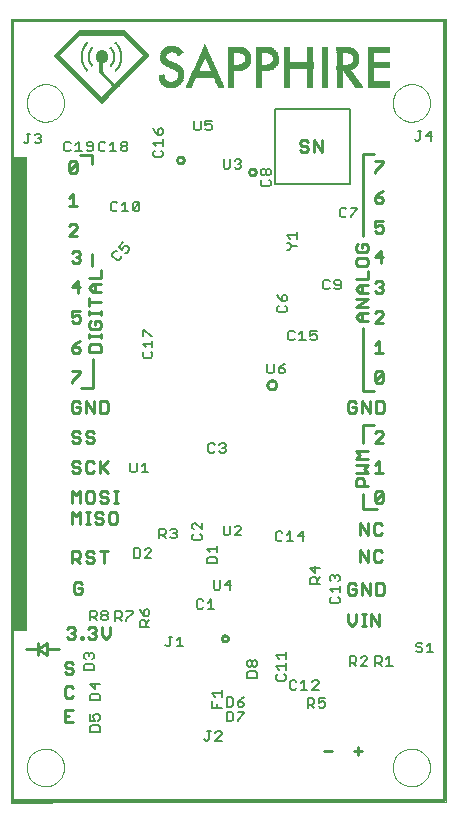
<source format=gbr>
G75*
G70*
%OFA0B0*%
%FSLAX24Y24*%
%IPPOS*%
%LPD*%
%AMOC8*
5,1,8,0,0,1.08239X$1,22.5*
%
%ADD10C,0.0000*%
%ADD11C,0.0100*%
%ADD12R,0.0008X0.0008*%
%ADD13R,0.0025X0.0008*%
%ADD14R,0.0042X0.0008*%
%ADD15R,0.0058X0.0008*%
%ADD16R,0.0075X0.0008*%
%ADD17R,0.0092X0.0008*%
%ADD18R,0.0108X0.0008*%
%ADD19R,0.0125X0.0008*%
%ADD20R,0.0142X0.0008*%
%ADD21R,0.0158X0.0008*%
%ADD22R,0.0175X0.0008*%
%ADD23R,0.0192X0.0008*%
%ADD24R,0.0208X0.0008*%
%ADD25R,0.0225X0.0008*%
%ADD26R,0.0242X0.0008*%
%ADD27R,0.0258X0.0008*%
%ADD28R,0.0275X0.0008*%
%ADD29R,0.0292X0.0008*%
%ADD30R,0.0308X0.0008*%
%ADD31R,0.0325X0.0008*%
%ADD32R,0.0342X0.0008*%
%ADD33R,0.0358X0.0008*%
%ADD34R,0.0375X0.0008*%
%ADD35R,0.0392X0.0008*%
%ADD36R,0.0408X0.0008*%
%ADD37R,0.0426X0.0008*%
%ADD38R,0.0442X0.0008*%
%ADD39R,0.0226X0.0008*%
%ADD40R,0.0225X0.0008*%
%ADD41R,0.0224X0.0008*%
%ADD42R,0.0108X0.0008*%
%ADD43R,0.0208X0.0008*%
%ADD44R,0.0275X0.0008*%
%ADD45R,0.0209X0.0008*%
%ADD46R,0.0200X0.0008*%
%ADD47R,0.0250X0.0008*%
%ADD48R,0.0742X0.0008*%
%ADD49R,0.0233X0.0008*%
%ADD50R,0.0408X0.0008*%
%ADD51R,0.0208X0.0008*%
%ADD52R,0.0209X0.0008*%
%ADD53R,0.0200X0.0008*%
%ADD54R,0.0259X0.0008*%
%ADD55R,0.0742X0.0008*%
%ADD56R,0.0442X0.0008*%
%ADD57R,0.0251X0.0008*%
%ADD58R,0.0234X0.0008*%
%ADD59R,0.0467X0.0008*%
%ADD60R,0.0250X0.0008*%
%ADD61R,0.0492X0.0008*%
%ADD62R,0.0258X0.0008*%
%ADD63R,0.0266X0.0008*%
%ADD64R,0.0516X0.0008*%
%ADD65R,0.0284X0.0008*%
%ADD66R,0.0542X0.0008*%
%ADD67R,0.0300X0.0008*%
%ADD68R,0.0559X0.0008*%
%ADD69R,0.0233X0.0008*%
%ADD70R,0.0316X0.0008*%
%ADD71R,0.0575X0.0008*%
%ADD72R,0.0334X0.0008*%
%ADD73R,0.0600X0.0008*%
%ADD74R,0.0217X0.0008*%
%ADD75R,0.0350X0.0008*%
%ADD76R,0.0616X0.0008*%
%ADD77R,0.0366X0.0008*%
%ADD78R,0.0634X0.0008*%
%ADD79R,0.0216X0.0008*%
%ADD80R,0.0259X0.0008*%
%ADD81R,0.0150X0.0008*%
%ADD82R,0.0650X0.0008*%
%ADD83R,0.0150X0.0008*%
%ADD84R,0.0658X0.0008*%
%ADD85R,0.0217X0.0008*%
%ADD86R,0.0666X0.0008*%
%ADD87R,0.0684X0.0008*%
%ADD88R,0.0700X0.0008*%
%ADD89R,0.0234X0.0008*%
%ADD90R,0.0149X0.0008*%
%ADD91R,0.0716X0.0008*%
%ADD92R,0.0242X0.0008*%
%ADD93R,0.0359X0.0008*%
%ADD94R,0.0226X0.0008*%
%ADD95R,0.0251X0.0008*%
%ADD96R,0.0300X0.0008*%
%ADD97R,0.0308X0.0008*%
%ADD98R,0.0283X0.0008*%
%ADD99R,0.0283X0.0008*%
%ADD100R,0.0217X0.0008*%
%ADD101R,0.0258X0.0008*%
%ADD102R,0.0241X0.0008*%
%ADD103R,0.0242X0.0008*%
%ADD104R,0.0217X0.0008*%
%ADD105R,0.0249X0.0008*%
%ADD106R,0.0233X0.0008*%
%ADD107R,0.0233X0.0008*%
%ADD108R,0.0224X0.0008*%
%ADD109R,0.0241X0.0008*%
%ADD110R,0.0208X0.0008*%
%ADD111R,0.0216X0.0008*%
%ADD112R,0.1016X0.0008*%
%ADD113R,0.1000X0.0008*%
%ADD114R,0.1000X0.0008*%
%ADD115R,0.0984X0.0008*%
%ADD116R,0.0966X0.0008*%
%ADD117R,0.0966X0.0008*%
%ADD118R,0.0958X0.0008*%
%ADD119R,0.0125X0.0008*%
%ADD120R,0.0950X0.0008*%
%ADD121R,0.0950X0.0008*%
%ADD122R,0.0033X0.0008*%
%ADD123R,0.0934X0.0008*%
%ADD124R,0.0934X0.0008*%
%ADD125R,0.0916X0.0008*%
%ADD126R,0.0900X0.0008*%
%ADD127R,0.0242X0.0008*%
%ADD128R,0.0142X0.0008*%
%ADD129R,0.0900X0.0008*%
%ADD130R,0.0133X0.0008*%
%ADD131R,0.0884X0.0008*%
%ADD132R,0.0884X0.0008*%
%ADD133R,0.0875X0.0008*%
%ADD134R,0.0116X0.0008*%
%ADD135R,0.0866X0.0008*%
%ADD136R,0.0108X0.0008*%
%ADD137R,0.0858X0.0008*%
%ADD138R,0.0850X0.0008*%
%ADD139R,0.0017X0.0008*%
%ADD140R,0.0033X0.0008*%
%ADD141R,0.0050X0.0008*%
%ADD142R,0.0325X0.0008*%
%ADD143R,0.0067X0.0008*%
%ADD144R,0.0417X0.0008*%
%ADD145R,0.0475X0.0008*%
%ADD146R,0.0083X0.0008*%
%ADD147R,0.0267X0.0008*%
%ADD148R,0.0458X0.0008*%
%ADD149R,0.0467X0.0008*%
%ADD150R,0.0091X0.0008*%
%ADD151R,0.0483X0.0008*%
%ADD152R,0.0467X0.0008*%
%ADD153R,0.0100X0.0008*%
%ADD154R,0.0092X0.0008*%
%ADD155R,0.0508X0.0008*%
%ADD156R,0.0492X0.0008*%
%ADD157R,0.0092X0.0008*%
%ADD158R,0.0299X0.0008*%
%ADD159R,0.0533X0.0008*%
%ADD160R,0.0517X0.0008*%
%ADD161R,0.0308X0.0008*%
%ADD162R,0.0550X0.0008*%
%ADD163R,0.0542X0.0008*%
%ADD164R,0.0566X0.0008*%
%ADD165R,0.0567X0.0008*%
%ADD166R,0.0559X0.0008*%
%ADD167R,0.0333X0.0008*%
%ADD168R,0.0583X0.0008*%
%ADD169R,0.0083X0.0008*%
%ADD170R,0.0342X0.0008*%
%ADD171R,0.0592X0.0008*%
%ADD172R,0.0584X0.0008*%
%ADD173R,0.0091X0.0008*%
%ADD174R,0.0359X0.0008*%
%ADD175R,0.0608X0.0008*%
%ADD176R,0.0992X0.0008*%
%ADD177R,0.0617X0.0008*%
%ADD178R,0.0608X0.0008*%
%ADD179R,0.0084X0.0008*%
%ADD180R,0.0384X0.0008*%
%ADD181R,0.0625X0.0008*%
%ADD182R,0.0992X0.0008*%
%ADD183R,0.0617X0.0008*%
%ADD184R,0.0725X0.0008*%
%ADD185R,0.0400X0.0008*%
%ADD186R,0.0633X0.0008*%
%ADD187R,0.0725X0.0008*%
%ADD188R,0.0083X0.0008*%
%ADD189R,0.0642X0.0008*%
%ADD190R,0.0083X0.0008*%
%ADD191R,0.0425X0.0008*%
%ADD192R,0.0658X0.0008*%
%ADD193R,0.0650X0.0008*%
%ADD194R,0.0084X0.0008*%
%ADD195R,0.0434X0.0008*%
%ADD196R,0.0667X0.0008*%
%ADD197R,0.0659X0.0008*%
%ADD198R,0.0667X0.0008*%
%ADD199R,0.0017X0.0008*%
%ADD200R,0.0016X0.0008*%
%ADD201R,0.0075X0.0008*%
%ADD202R,0.0450X0.0008*%
%ADD203R,0.0675X0.0008*%
%ADD204R,0.0034X0.0008*%
%ADD205R,0.0459X0.0008*%
%ADD206R,0.0683X0.0008*%
%ADD207R,0.0675X0.0008*%
%ADD208R,0.0041X0.0008*%
%ADD209R,0.0050X0.0008*%
%ADD210R,0.0692X0.0008*%
%ADD211R,0.0058X0.0008*%
%ADD212R,0.0066X0.0008*%
%ADD213R,0.0459X0.0008*%
%ADD214R,0.0692X0.0008*%
%ADD215R,0.0466X0.0008*%
%ADD216R,0.0700X0.0008*%
%ADD217R,0.0425X0.0008*%
%ADD218R,0.0708X0.0008*%
%ADD219R,0.0333X0.0008*%
%ADD220R,0.0467X0.0008*%
%ADD221R,0.0341X0.0008*%
%ADD222R,0.0309X0.0008*%
%ADD223R,0.0274X0.0008*%
%ADD224R,0.0450X0.0008*%
%ADD225R,0.0441X0.0008*%
%ADD226R,0.0417X0.0008*%
%ADD227R,0.0392X0.0008*%
%ADD228R,0.0067X0.0008*%
%ADD229R,0.0158X0.0008*%
%ADD230R,0.0383X0.0008*%
%ADD231R,0.0192X0.0008*%
%ADD232R,0.0067X0.0008*%
%ADD233R,0.0367X0.0008*%
%ADD234R,0.0350X0.0008*%
%ADD235R,0.0333X0.0008*%
%ADD236R,0.0292X0.0008*%
%ADD237R,0.0076X0.0008*%
%ADD238R,0.0076X0.0008*%
%ADD239R,0.0066X0.0008*%
%ADD240R,0.0375X0.0008*%
%ADD241R,0.0392X0.0008*%
%ADD242R,0.0067X0.0008*%
%ADD243R,0.0408X0.0008*%
%ADD244R,0.0400X0.0008*%
%ADD245R,0.0358X0.0008*%
%ADD246R,0.0342X0.0008*%
%ADD247R,0.0333X0.0008*%
%ADD248R,0.0317X0.0008*%
%ADD249R,0.0117X0.0008*%
%ADD250R,0.0141X0.0008*%
%ADD251R,0.0167X0.0008*%
%ADD252R,0.0183X0.0008*%
%ADD253R,0.0283X0.0008*%
%ADD254R,0.0267X0.0008*%
%ADD255R,0.0317X0.0008*%
%ADD256R,0.0266X0.0008*%
%ADD257R,0.0267X0.0008*%
%ADD258R,0.0358X0.0008*%
%ADD259R,0.0708X0.0008*%
%ADD260R,0.0308X0.0008*%
%ADD261R,0.0692X0.0008*%
%ADD262R,0.0692X0.0008*%
%ADD263R,0.0684X0.0008*%
%ADD264R,0.0658X0.0008*%
%ADD265R,0.0658X0.0008*%
%ADD266R,0.0642X0.0008*%
%ADD267R,0.0183X0.0008*%
%ADD268R,0.0625X0.0008*%
%ADD269R,0.0642X0.0008*%
%ADD270R,0.0609X0.0008*%
%ADD271R,0.0174X0.0008*%
%ADD272R,0.0592X0.0008*%
%ADD273R,0.0166X0.0008*%
%ADD274R,0.0617X0.0008*%
%ADD275R,0.0600X0.0008*%
%ADD276R,0.0592X0.0008*%
%ADD277R,0.0534X0.0008*%
%ADD278R,0.0142X0.0008*%
%ADD279R,0.0509X0.0008*%
%ADD280R,0.0134X0.0008*%
%ADD281R,0.0126X0.0008*%
%ADD282R,0.0558X0.0008*%
%ADD283R,0.0074X0.0008*%
%ADD284R,0.0117X0.0008*%
%ADD285R,0.0058X0.0008*%
%ADD286R,0.0517X0.0008*%
%ADD287R,0.0042X0.0008*%
%ADD288R,0.0100X0.0008*%
%ADD289R,0.0384X0.0008*%
%ADD290R,0.0016X0.0008*%
%ADD291R,0.0383X0.0008*%
%ADD292R,0.0058X0.0008*%
%ADD293R,0.0042X0.0008*%
%ADD294R,0.0034X0.0008*%
%ADD295R,0.0017X0.0008*%
%ADD296R,0.0092X0.0008*%
%ADD297R,0.0017X0.0008*%
%ADD298R,0.0059X0.0008*%
%ADD299R,0.0033X0.0008*%
%ADD300R,0.0025X0.0008*%
%ADD301R,0.0009X0.0008*%
%ADD302R,0.1858X0.0008*%
%ADD303R,0.1842X0.0008*%
%ADD304R,0.1825X0.0008*%
%ADD305R,0.1808X0.0008*%
%ADD306R,0.1792X0.0008*%
%ADD307R,0.1775X0.0008*%
%ADD308R,0.1758X0.0008*%
%ADD309R,0.1742X0.0008*%
%ADD310R,0.1725X0.0008*%
%ADD311R,0.1708X0.0008*%
%ADD312R,0.1692X0.0008*%
%ADD313R,0.1675X0.0008*%
%ADD314R,0.1658X0.0008*%
%ADD315R,0.1642X0.0008*%
%ADD316R,0.1625X0.0008*%
%ADD317R,0.1608X0.0008*%
%ADD318R,0.1592X0.0008*%
%ADD319R,0.1575X0.0008*%
%ADD320R,0.1558X0.0008*%
%ADD321R,0.0500X1.5800*%
%ADD322C,0.0080*%
D10*
X003650Y004307D02*
X003661Y004324D01*
X003666Y004324D02*
X003666Y004310D01*
X003668Y004307D01*
X003674Y004307D01*
X003677Y004310D01*
X003677Y004324D01*
X003684Y004318D02*
X003693Y004318D01*
X003697Y004315D02*
X003700Y004318D01*
X003705Y004318D01*
X003708Y004315D01*
X003708Y004312D01*
X003697Y004312D01*
X003697Y004310D02*
X003697Y004315D01*
X003697Y004310D02*
X003700Y004307D01*
X003705Y004307D01*
X003713Y004307D02*
X003713Y004318D01*
X003718Y004318D02*
X003721Y004318D01*
X003718Y004318D02*
X003713Y004312D01*
X003726Y004315D02*
X003728Y004318D01*
X003737Y004318D01*
X003734Y004312D02*
X003728Y004312D01*
X003726Y004315D01*
X003726Y004307D02*
X003734Y004307D01*
X003737Y004310D01*
X003734Y004312D01*
X003741Y004307D02*
X003753Y004324D01*
X003763Y004327D02*
X003763Y004324D01*
X003763Y004318D02*
X003763Y004304D01*
X003760Y004301D01*
X003757Y004301D01*
X003767Y004310D02*
X003767Y004315D01*
X003770Y004318D01*
X003776Y004318D01*
X003779Y004315D01*
X003779Y004312D01*
X003767Y004312D01*
X003767Y004310D02*
X003770Y004307D01*
X003776Y004307D01*
X003783Y004307D02*
X003783Y004318D01*
X003783Y004312D02*
X003789Y004318D01*
X003792Y004318D01*
X003796Y004315D02*
X003799Y004318D01*
X003805Y004318D01*
X003807Y004315D01*
X003807Y004312D01*
X003796Y004312D01*
X003796Y004310D02*
X003796Y004315D01*
X003796Y004310D02*
X003799Y004307D01*
X003805Y004307D01*
X003812Y004307D02*
X003812Y004318D01*
X003815Y004318D01*
X003817Y004315D01*
X003820Y004318D01*
X003823Y004315D01*
X003823Y004307D01*
X003827Y004310D02*
X003830Y004307D01*
X003839Y004307D01*
X003839Y004304D02*
X003836Y004301D01*
X003833Y004301D01*
X003839Y004304D02*
X003839Y004318D01*
X003843Y004318D02*
X003852Y004318D01*
X003854Y004315D01*
X003854Y004310D01*
X003852Y004307D01*
X003843Y004307D01*
X003843Y004324D01*
X003827Y004318D02*
X003827Y004310D01*
X003817Y004307D02*
X003817Y004315D01*
X003859Y004318D02*
X003862Y004318D01*
X003862Y004307D01*
X003864Y004307D02*
X003859Y004307D01*
X003869Y004307D02*
X003875Y004307D01*
X003872Y004307D02*
X003872Y004324D01*
X003869Y004324D01*
X003862Y004327D02*
X003862Y004324D01*
X003880Y004324D02*
X003882Y004324D01*
X003882Y004307D01*
X003880Y004307D02*
X003885Y004307D01*
X003890Y004307D02*
X003890Y004324D01*
X003893Y004318D02*
X003899Y004318D01*
X003901Y004315D01*
X003901Y004307D01*
X003906Y004310D02*
X003906Y004315D01*
X003909Y004318D01*
X003914Y004318D01*
X003917Y004315D01*
X003917Y004312D01*
X003906Y004312D01*
X003906Y004310D02*
X003909Y004307D01*
X003914Y004307D01*
X003921Y004307D02*
X003927Y004307D01*
X003924Y004307D02*
X003924Y004318D01*
X003921Y004318D01*
X003924Y004324D02*
X003924Y004327D01*
X003932Y004318D02*
X003935Y004318D01*
X003937Y004315D01*
X003940Y004318D01*
X003943Y004315D01*
X003943Y004307D01*
X003947Y004310D02*
X003947Y004315D01*
X003950Y004318D01*
X003956Y004318D01*
X003959Y004315D01*
X003959Y004312D01*
X003947Y004312D01*
X003947Y004310D02*
X003950Y004307D01*
X003956Y004307D01*
X003963Y004307D02*
X003963Y004318D01*
X003963Y004312D02*
X003969Y004318D01*
X003972Y004318D01*
X003976Y004307D02*
X003987Y004324D01*
X003992Y004324D02*
X004000Y004324D01*
X004003Y004321D01*
X004003Y004310D01*
X004000Y004307D01*
X003992Y004307D01*
X003992Y004324D01*
X004007Y004315D02*
X004010Y004318D01*
X004016Y004318D01*
X004019Y004315D01*
X004019Y004312D01*
X004007Y004312D01*
X004007Y004310D02*
X004007Y004315D01*
X004007Y004310D02*
X004010Y004307D01*
X004016Y004307D01*
X004023Y004307D02*
X004032Y004307D01*
X004034Y004310D01*
X004032Y004312D01*
X004026Y004312D01*
X004023Y004315D01*
X004026Y004318D01*
X004034Y004318D01*
X004039Y004312D02*
X004047Y004318D01*
X004052Y004318D02*
X004057Y004318D01*
X004055Y004321D02*
X004055Y004310D01*
X004057Y004307D01*
X004062Y004310D02*
X004065Y004307D01*
X004071Y004307D01*
X004074Y004310D01*
X004074Y004315D01*
X004071Y004318D01*
X004065Y004318D01*
X004062Y004315D01*
X004062Y004310D01*
X004047Y004307D02*
X004039Y004312D01*
X004039Y004307D02*
X004039Y004324D01*
X004078Y004318D02*
X004086Y004318D01*
X004089Y004315D01*
X004089Y004310D01*
X004086Y004307D01*
X004078Y004307D01*
X004078Y004301D02*
X004078Y004318D01*
X004094Y004307D02*
X004105Y004324D01*
X004115Y004324D02*
X004121Y004324D01*
X004118Y004324D02*
X004118Y004310D01*
X004115Y004307D01*
X004112Y004307D01*
X004109Y004310D01*
X004125Y004307D02*
X004136Y004307D01*
X004140Y004307D02*
X004140Y004324D01*
X004149Y004324D01*
X004152Y004321D01*
X004152Y004315D01*
X004149Y004312D01*
X004140Y004312D01*
X004146Y004312D02*
X004152Y004307D01*
X004156Y004307D02*
X004167Y004307D01*
X004172Y004307D02*
X004172Y004324D01*
X004177Y004318D01*
X004183Y004324D01*
X004183Y004307D01*
X004193Y004307D02*
X004193Y004315D01*
X004199Y004321D01*
X004199Y004324D01*
X004193Y004315D02*
X004187Y004321D01*
X004187Y004324D01*
X004167Y004324D02*
X004156Y004324D01*
X004156Y004307D01*
X004156Y004315D02*
X004162Y004315D01*
X004136Y004324D02*
X004125Y004324D01*
X004125Y004307D01*
X004125Y004315D02*
X004130Y004315D01*
X004203Y004307D02*
X004214Y004324D01*
X004222Y004318D02*
X004230Y004318D01*
X004227Y004312D02*
X004222Y004312D01*
X004219Y004315D01*
X004222Y004318D01*
X004227Y004312D02*
X004230Y004310D01*
X004227Y004307D01*
X004219Y004307D01*
X004234Y004310D02*
X004237Y004312D01*
X004246Y004312D01*
X004246Y004315D02*
X004246Y004307D01*
X004237Y004307D01*
X004234Y004310D01*
X004237Y004318D02*
X004243Y004318D01*
X004246Y004315D01*
X004250Y004318D02*
X004259Y004318D01*
X004261Y004315D01*
X004261Y004310D01*
X004259Y004307D01*
X004250Y004307D01*
X004250Y004301D02*
X004250Y004318D01*
X004266Y004318D02*
X004274Y004318D01*
X004277Y004315D01*
X004277Y004310D01*
X004274Y004307D01*
X004266Y004307D01*
X004266Y004301D02*
X004266Y004318D01*
X004281Y004315D02*
X004284Y004318D01*
X004290Y004318D01*
X004293Y004315D01*
X004293Y004307D01*
X004297Y004307D02*
X004303Y004307D01*
X004300Y004307D02*
X004300Y004318D01*
X004297Y004318D01*
X004300Y004324D02*
X004300Y004327D01*
X004307Y004318D02*
X004307Y004307D01*
X004307Y004312D02*
X004313Y004318D01*
X004316Y004318D01*
X004320Y004315D02*
X004323Y004318D01*
X004329Y004318D01*
X004332Y004315D01*
X004332Y004312D01*
X004320Y004312D01*
X004320Y004310D02*
X004320Y004315D01*
X004320Y004310D02*
X004323Y004307D01*
X004329Y004307D01*
X004336Y004307D02*
X004347Y004324D01*
X004352Y004324D02*
X004352Y004307D01*
X004352Y004315D02*
X004363Y004315D01*
X004367Y004310D02*
X004370Y004312D01*
X004379Y004312D01*
X004379Y004315D02*
X004379Y004307D01*
X004370Y004307D01*
X004367Y004310D01*
X004363Y004307D02*
X004363Y004324D01*
X004370Y004318D02*
X004376Y004318D01*
X004379Y004315D01*
X004383Y004312D02*
X004389Y004318D01*
X004392Y004318D01*
X004396Y004315D02*
X004399Y004318D01*
X004407Y004318D01*
X004412Y004318D02*
X004412Y004310D01*
X004415Y004307D01*
X004417Y004310D01*
X004420Y004307D01*
X004423Y004310D01*
X004423Y004318D01*
X004430Y004318D02*
X004436Y004318D01*
X004439Y004315D01*
X004439Y004307D01*
X004430Y004307D01*
X004427Y004310D01*
X004430Y004312D01*
X004439Y004312D01*
X004443Y004312D02*
X004449Y004318D01*
X004452Y004318D01*
X004456Y004315D02*
X004459Y004318D01*
X004465Y004318D01*
X004467Y004315D01*
X004467Y004312D01*
X004456Y004312D01*
X004456Y004310D02*
X004456Y004315D01*
X004456Y004310D02*
X004459Y004307D01*
X004465Y004307D01*
X004472Y004307D02*
X004483Y004324D01*
X004487Y004318D02*
X004490Y004318D01*
X004493Y004315D01*
X004496Y004318D01*
X004499Y004315D01*
X004499Y004307D01*
X004503Y004310D02*
X004506Y004312D01*
X004514Y004312D01*
X004514Y004315D02*
X004514Y004307D01*
X004506Y004307D01*
X004503Y004310D01*
X004506Y004318D02*
X004512Y004318D01*
X004514Y004315D01*
X004519Y004318D02*
X004522Y004318D01*
X004522Y004307D01*
X004524Y004307D02*
X004519Y004307D01*
X004529Y004307D02*
X004529Y004318D01*
X004538Y004318D01*
X004541Y004315D01*
X004541Y004307D01*
X004545Y004307D02*
X004553Y004307D01*
X004556Y004310D01*
X004556Y004315D01*
X004553Y004318D01*
X004545Y004318D01*
X004545Y004324D02*
X004545Y004307D01*
X004560Y004310D02*
X004563Y004307D01*
X004569Y004307D01*
X004572Y004310D01*
X004572Y004315D01*
X004569Y004318D01*
X004563Y004318D01*
X004560Y004315D01*
X004560Y004310D01*
X004576Y004310D02*
X004579Y004312D01*
X004587Y004312D01*
X004587Y004315D02*
X004587Y004307D01*
X004579Y004307D01*
X004576Y004310D01*
X004579Y004318D02*
X004585Y004318D01*
X004587Y004315D01*
X004592Y004312D02*
X004597Y004318D01*
X004600Y004318D01*
X004605Y004315D02*
X004608Y004318D01*
X004616Y004318D01*
X004616Y004324D02*
X004616Y004307D01*
X004608Y004307D01*
X004605Y004310D01*
X004605Y004315D01*
X004592Y004318D02*
X004592Y004307D01*
X004620Y004304D02*
X004632Y004304D01*
X004636Y004307D02*
X004636Y004318D01*
X004636Y004312D02*
X004642Y004318D01*
X004645Y004318D01*
X004649Y004315D02*
X004652Y004318D01*
X004658Y004318D01*
X004661Y004315D01*
X004661Y004312D01*
X004649Y004312D01*
X004649Y004310D02*
X004649Y004315D01*
X004649Y004310D02*
X004652Y004307D01*
X004658Y004307D01*
X004671Y004307D02*
X004676Y004318D01*
X004665Y004318D02*
X004671Y004307D01*
X004681Y004304D02*
X004692Y004304D01*
X004696Y004315D02*
X004707Y004315D01*
X004712Y004310D02*
X004715Y004310D01*
X004715Y004307D01*
X004712Y004307D01*
X004712Y004310D01*
X004720Y004310D02*
X004722Y004307D01*
X004728Y004307D01*
X004731Y004310D01*
X004731Y004312D01*
X004728Y004315D01*
X004720Y004315D01*
X004720Y004310D01*
X004720Y004315D02*
X004725Y004321D01*
X004731Y004324D01*
X004751Y004324D02*
X004759Y004324D01*
X004762Y004321D01*
X004762Y004318D01*
X004759Y004315D01*
X004751Y004315D01*
X004751Y004307D02*
X004759Y004307D01*
X004762Y004310D01*
X004762Y004312D01*
X004759Y004315D01*
X004767Y004307D02*
X004778Y004324D01*
X004785Y004318D02*
X004791Y004318D01*
X004794Y004315D01*
X004794Y004307D01*
X004785Y004307D01*
X004782Y004310D01*
X004785Y004312D01*
X004794Y004312D01*
X004798Y004312D02*
X004804Y004318D01*
X004806Y004318D01*
X004811Y004318D02*
X004817Y004318D01*
X004814Y004321D02*
X004814Y004310D01*
X004817Y004307D01*
X004821Y004310D02*
X004824Y004307D01*
X004827Y004310D01*
X004830Y004307D01*
X004833Y004310D01*
X004833Y004318D01*
X004837Y004315D02*
X004837Y004310D01*
X004840Y004307D01*
X004846Y004307D01*
X004848Y004310D01*
X004848Y004315D01*
X004846Y004318D01*
X004840Y004318D01*
X004837Y004315D01*
X004853Y004312D02*
X004858Y004318D01*
X004861Y004318D01*
X004866Y004312D02*
X004874Y004318D01*
X004866Y004312D02*
X004874Y004307D01*
X004879Y004307D02*
X004890Y004324D01*
X004894Y004318D02*
X004900Y004318D01*
X004897Y004321D02*
X004897Y004310D01*
X004900Y004307D01*
X004905Y004310D02*
X004908Y004307D01*
X004913Y004307D01*
X004916Y004310D01*
X004916Y004315D01*
X004913Y004318D01*
X004908Y004318D01*
X004905Y004315D01*
X004905Y004310D01*
X004921Y004307D02*
X004929Y004307D01*
X004932Y004310D01*
X004932Y004315D01*
X004929Y004318D01*
X004921Y004318D01*
X004921Y004301D01*
X004936Y004315D02*
X004948Y004315D01*
X004952Y004321D02*
X004955Y004324D01*
X004960Y004324D01*
X004963Y004321D01*
X004963Y004318D01*
X004952Y004307D01*
X004963Y004307D01*
X004967Y004307D02*
X004970Y004307D01*
X004970Y004310D01*
X004967Y004310D01*
X004967Y004307D01*
X004975Y004307D02*
X004984Y004307D01*
X004987Y004310D01*
X004987Y004315D01*
X004984Y004318D01*
X004975Y004318D01*
X004975Y004324D02*
X004975Y004307D01*
X004991Y004307D02*
X004991Y004318D01*
X004994Y004318D01*
X004997Y004315D01*
X004999Y004318D01*
X005002Y004315D01*
X005002Y004307D01*
X005007Y004307D02*
X005015Y004307D01*
X005018Y004310D01*
X005018Y004315D01*
X005015Y004318D01*
X005007Y004318D01*
X005007Y004301D01*
X004997Y004307D02*
X004997Y004315D01*
X004866Y004307D02*
X004866Y004324D01*
X004853Y004318D02*
X004853Y004307D01*
X004821Y004310D02*
X004821Y004318D01*
X004798Y004318D02*
X004798Y004307D01*
X004751Y004307D02*
X004751Y004324D01*
X004747Y004304D02*
X004735Y004304D01*
X004705Y004307D02*
X004705Y004324D01*
X004696Y004315D01*
X004522Y004327D02*
X004522Y004324D01*
X004493Y004315D02*
X004493Y004307D01*
X004487Y004307D02*
X004487Y004318D01*
X004443Y004318D02*
X004443Y004307D01*
X004407Y004307D02*
X004399Y004307D01*
X004396Y004310D01*
X004396Y004315D01*
X004383Y004318D02*
X004383Y004307D01*
X004407Y004307D02*
X004407Y004324D01*
X004281Y004324D02*
X004281Y004307D01*
X003937Y004315D02*
X003937Y004307D01*
X003932Y004307D02*
X003932Y004318D01*
X003893Y004318D02*
X003890Y004315D01*
X003693Y004310D02*
X003690Y004312D01*
X003684Y004312D01*
X003681Y004315D01*
X003684Y004318D01*
X003681Y004307D02*
X003690Y004307D01*
X003693Y004310D01*
X003650Y004349D02*
X003650Y030445D01*
X018150Y030445D01*
X018150Y004349D01*
X003650Y004349D01*
X004175Y005499D02*
X004177Y005549D01*
X004183Y005598D01*
X004193Y005647D01*
X004206Y005694D01*
X004224Y005741D01*
X004245Y005786D01*
X004269Y005829D01*
X004297Y005870D01*
X004328Y005909D01*
X004362Y005945D01*
X004399Y005979D01*
X004439Y006009D01*
X004480Y006036D01*
X004524Y006060D01*
X004569Y006080D01*
X004616Y006096D01*
X004664Y006109D01*
X004713Y006118D01*
X004763Y006123D01*
X004812Y006124D01*
X004862Y006121D01*
X004911Y006114D01*
X004960Y006103D01*
X005007Y006089D01*
X005053Y006070D01*
X005098Y006048D01*
X005141Y006023D01*
X005181Y005994D01*
X005219Y005962D01*
X005255Y005928D01*
X005288Y005890D01*
X005317Y005850D01*
X005343Y005808D01*
X005366Y005764D01*
X005385Y005718D01*
X005401Y005671D01*
X005413Y005622D01*
X005421Y005573D01*
X005425Y005524D01*
X005425Y005474D01*
X005421Y005425D01*
X005413Y005376D01*
X005401Y005327D01*
X005385Y005280D01*
X005366Y005234D01*
X005343Y005190D01*
X005317Y005148D01*
X005288Y005108D01*
X005255Y005070D01*
X005219Y005036D01*
X005181Y005004D01*
X005141Y004975D01*
X005098Y004950D01*
X005053Y004928D01*
X005007Y004909D01*
X004960Y004895D01*
X004911Y004884D01*
X004862Y004877D01*
X004812Y004874D01*
X004763Y004875D01*
X004713Y004880D01*
X004664Y004889D01*
X004616Y004902D01*
X004569Y004918D01*
X004524Y004938D01*
X004480Y004962D01*
X004439Y004989D01*
X004399Y005019D01*
X004362Y005053D01*
X004328Y005089D01*
X004297Y005128D01*
X004269Y005169D01*
X004245Y005212D01*
X004224Y005257D01*
X004206Y005304D01*
X004193Y005351D01*
X004183Y005400D01*
X004177Y005449D01*
X004175Y005499D01*
X016375Y005499D02*
X016377Y005549D01*
X016383Y005598D01*
X016393Y005647D01*
X016406Y005694D01*
X016424Y005741D01*
X016445Y005786D01*
X016469Y005829D01*
X016497Y005870D01*
X016528Y005909D01*
X016562Y005945D01*
X016599Y005979D01*
X016639Y006009D01*
X016680Y006036D01*
X016724Y006060D01*
X016769Y006080D01*
X016816Y006096D01*
X016864Y006109D01*
X016913Y006118D01*
X016963Y006123D01*
X017012Y006124D01*
X017062Y006121D01*
X017111Y006114D01*
X017160Y006103D01*
X017207Y006089D01*
X017253Y006070D01*
X017298Y006048D01*
X017341Y006023D01*
X017381Y005994D01*
X017419Y005962D01*
X017455Y005928D01*
X017488Y005890D01*
X017517Y005850D01*
X017543Y005808D01*
X017566Y005764D01*
X017585Y005718D01*
X017601Y005671D01*
X017613Y005622D01*
X017621Y005573D01*
X017625Y005524D01*
X017625Y005474D01*
X017621Y005425D01*
X017613Y005376D01*
X017601Y005327D01*
X017585Y005280D01*
X017566Y005234D01*
X017543Y005190D01*
X017517Y005148D01*
X017488Y005108D01*
X017455Y005070D01*
X017419Y005036D01*
X017381Y005004D01*
X017341Y004975D01*
X017298Y004950D01*
X017253Y004928D01*
X017207Y004909D01*
X017160Y004895D01*
X017111Y004884D01*
X017062Y004877D01*
X017012Y004874D01*
X016963Y004875D01*
X016913Y004880D01*
X016864Y004889D01*
X016816Y004902D01*
X016769Y004918D01*
X016724Y004938D01*
X016680Y004962D01*
X016639Y004989D01*
X016599Y005019D01*
X016562Y005053D01*
X016528Y005089D01*
X016497Y005128D01*
X016469Y005169D01*
X016445Y005212D01*
X016424Y005257D01*
X016406Y005304D01*
X016393Y005351D01*
X016383Y005400D01*
X016377Y005449D01*
X016375Y005499D01*
X016375Y027649D02*
X016377Y027699D01*
X016383Y027748D01*
X016393Y027797D01*
X016406Y027844D01*
X016424Y027891D01*
X016445Y027936D01*
X016469Y027979D01*
X016497Y028020D01*
X016528Y028059D01*
X016562Y028095D01*
X016599Y028129D01*
X016639Y028159D01*
X016680Y028186D01*
X016724Y028210D01*
X016769Y028230D01*
X016816Y028246D01*
X016864Y028259D01*
X016913Y028268D01*
X016963Y028273D01*
X017012Y028274D01*
X017062Y028271D01*
X017111Y028264D01*
X017160Y028253D01*
X017207Y028239D01*
X017253Y028220D01*
X017298Y028198D01*
X017341Y028173D01*
X017381Y028144D01*
X017419Y028112D01*
X017455Y028078D01*
X017488Y028040D01*
X017517Y028000D01*
X017543Y027958D01*
X017566Y027914D01*
X017585Y027868D01*
X017601Y027821D01*
X017613Y027772D01*
X017621Y027723D01*
X017625Y027674D01*
X017625Y027624D01*
X017621Y027575D01*
X017613Y027526D01*
X017601Y027477D01*
X017585Y027430D01*
X017566Y027384D01*
X017543Y027340D01*
X017517Y027298D01*
X017488Y027258D01*
X017455Y027220D01*
X017419Y027186D01*
X017381Y027154D01*
X017341Y027125D01*
X017298Y027100D01*
X017253Y027078D01*
X017207Y027059D01*
X017160Y027045D01*
X017111Y027034D01*
X017062Y027027D01*
X017012Y027024D01*
X016963Y027025D01*
X016913Y027030D01*
X016864Y027039D01*
X016816Y027052D01*
X016769Y027068D01*
X016724Y027088D01*
X016680Y027112D01*
X016639Y027139D01*
X016599Y027169D01*
X016562Y027203D01*
X016528Y027239D01*
X016497Y027278D01*
X016469Y027319D01*
X016445Y027362D01*
X016424Y027407D01*
X016406Y027454D01*
X016393Y027501D01*
X016383Y027550D01*
X016377Y027599D01*
X016375Y027649D01*
X004175Y027649D02*
X004177Y027699D01*
X004183Y027748D01*
X004193Y027797D01*
X004206Y027844D01*
X004224Y027891D01*
X004245Y027936D01*
X004269Y027979D01*
X004297Y028020D01*
X004328Y028059D01*
X004362Y028095D01*
X004399Y028129D01*
X004439Y028159D01*
X004480Y028186D01*
X004524Y028210D01*
X004569Y028230D01*
X004616Y028246D01*
X004664Y028259D01*
X004713Y028268D01*
X004763Y028273D01*
X004812Y028274D01*
X004862Y028271D01*
X004911Y028264D01*
X004960Y028253D01*
X005007Y028239D01*
X005053Y028220D01*
X005098Y028198D01*
X005141Y028173D01*
X005181Y028144D01*
X005219Y028112D01*
X005255Y028078D01*
X005288Y028040D01*
X005317Y028000D01*
X005343Y027958D01*
X005366Y027914D01*
X005385Y027868D01*
X005401Y027821D01*
X005413Y027772D01*
X005421Y027723D01*
X005425Y027674D01*
X005425Y027624D01*
X005421Y027575D01*
X005413Y027526D01*
X005401Y027477D01*
X005385Y027430D01*
X005366Y027384D01*
X005343Y027340D01*
X005317Y027298D01*
X005288Y027258D01*
X005255Y027220D01*
X005219Y027186D01*
X005181Y027154D01*
X005141Y027125D01*
X005098Y027100D01*
X005053Y027078D01*
X005007Y027059D01*
X004960Y027045D01*
X004911Y027034D01*
X004862Y027027D01*
X004812Y027024D01*
X004763Y027025D01*
X004713Y027030D01*
X004664Y027039D01*
X004616Y027052D01*
X004569Y027068D01*
X004524Y027088D01*
X004480Y027112D01*
X004439Y027139D01*
X004399Y027169D01*
X004362Y027203D01*
X004328Y027239D01*
X004297Y027278D01*
X004269Y027319D01*
X004245Y027362D01*
X004224Y027407D01*
X004206Y027454D01*
X004193Y027501D01*
X004183Y027550D01*
X004177Y027599D01*
X004175Y027649D01*
D11*
X005667Y025699D02*
X005800Y025699D01*
X005867Y025632D01*
X005600Y025365D01*
X005667Y025299D01*
X005800Y025299D01*
X005867Y025365D01*
X005867Y025632D01*
X005667Y025699D02*
X005600Y025632D01*
X005600Y025365D01*
X005950Y025899D02*
X006350Y025899D01*
X006350Y025599D01*
X005733Y024599D02*
X005733Y024199D01*
X005600Y024199D02*
X005867Y024199D01*
X005600Y024466D02*
X005733Y024599D01*
X005667Y023599D02*
X005600Y023532D01*
X005667Y023599D02*
X005800Y023599D01*
X005867Y023532D01*
X005867Y023466D01*
X005600Y023199D01*
X005867Y023199D01*
X005900Y022699D02*
X005767Y022699D01*
X005700Y022632D01*
X005833Y022499D02*
X005900Y022499D01*
X005967Y022432D01*
X005967Y022365D01*
X005900Y022299D01*
X005767Y022299D01*
X005700Y022365D01*
X005900Y022499D02*
X005967Y022566D01*
X005967Y022632D01*
X005900Y022699D01*
X006350Y022599D02*
X006350Y022199D01*
X006650Y022071D02*
X006650Y021804D01*
X006250Y021804D01*
X006383Y021611D02*
X006250Y021477D01*
X006383Y021344D01*
X006650Y021344D01*
X006450Y021344D02*
X006450Y021611D01*
X006383Y021611D02*
X006650Y021611D01*
X006650Y021017D02*
X006250Y021017D01*
X006250Y021150D02*
X006250Y020883D01*
X006250Y020710D02*
X006250Y020576D01*
X006250Y020643D02*
X006650Y020643D01*
X006650Y020576D02*
X006650Y020710D01*
X006583Y020383D02*
X006450Y020383D01*
X006450Y020250D01*
X006583Y020383D02*
X006650Y020316D01*
X006650Y020183D01*
X006583Y020116D01*
X006316Y020116D01*
X006250Y020183D01*
X006250Y020316D01*
X006316Y020383D01*
X006250Y019943D02*
X006250Y019809D01*
X006250Y019876D02*
X006650Y019876D01*
X006650Y019809D02*
X006650Y019943D01*
X006583Y019616D02*
X006316Y019616D01*
X006250Y019549D01*
X006250Y019349D01*
X006650Y019349D01*
X006650Y019549D01*
X006583Y019616D01*
X006400Y019099D02*
X006400Y018149D01*
X006000Y018149D01*
X005700Y018299D02*
X005700Y018365D01*
X005967Y018632D01*
X005967Y018699D01*
X005700Y018699D01*
X005767Y019299D02*
X005900Y019299D01*
X005967Y019365D01*
X005967Y019432D01*
X005900Y019499D01*
X005700Y019499D01*
X005700Y019365D01*
X005767Y019299D01*
X005700Y019499D02*
X005833Y019632D01*
X005967Y019699D01*
X005900Y020299D02*
X005767Y020299D01*
X005700Y020365D01*
X005700Y020499D02*
X005833Y020566D01*
X005900Y020566D01*
X005967Y020499D01*
X005967Y020365D01*
X005900Y020299D01*
X005700Y020499D02*
X005700Y020699D01*
X005967Y020699D01*
X005900Y021299D02*
X005900Y021699D01*
X005700Y021499D01*
X005967Y021499D01*
X005900Y017699D02*
X005767Y017699D01*
X005700Y017632D01*
X005700Y017365D01*
X005767Y017299D01*
X005900Y017299D01*
X005967Y017365D01*
X005967Y017499D01*
X005833Y017499D01*
X005967Y017632D02*
X005900Y017699D01*
X006160Y017699D02*
X006160Y017299D01*
X006427Y017299D02*
X006160Y017699D01*
X006427Y017699D02*
X006427Y017299D01*
X006621Y017299D02*
X006621Y017699D01*
X006821Y017699D01*
X006888Y017632D01*
X006888Y017365D01*
X006821Y017299D01*
X006621Y017299D01*
X006361Y016699D02*
X006227Y016699D01*
X006160Y016632D01*
X006160Y016566D01*
X006227Y016499D01*
X006361Y016499D01*
X006427Y016432D01*
X006427Y016365D01*
X006361Y016299D01*
X006227Y016299D01*
X006160Y016365D01*
X005967Y016365D02*
X005900Y016299D01*
X005767Y016299D01*
X005700Y016365D01*
X005767Y016499D02*
X005900Y016499D01*
X005967Y016432D01*
X005967Y016365D01*
X005767Y016499D02*
X005700Y016566D01*
X005700Y016632D01*
X005767Y016699D01*
X005900Y016699D01*
X005967Y016632D01*
X006361Y016699D02*
X006427Y016632D01*
X006361Y015699D02*
X006227Y015699D01*
X006160Y015632D01*
X006160Y015365D01*
X006227Y015299D01*
X006361Y015299D01*
X006427Y015365D01*
X006621Y015299D02*
X006621Y015699D01*
X006427Y015632D02*
X006361Y015699D01*
X006621Y015432D02*
X006888Y015699D01*
X006688Y015499D02*
X006888Y015299D01*
X006821Y014699D02*
X006688Y014699D01*
X006621Y014632D01*
X006621Y014566D01*
X006688Y014499D01*
X006821Y014499D01*
X006888Y014432D01*
X006888Y014365D01*
X006821Y014299D01*
X006688Y014299D01*
X006621Y014365D01*
X006427Y014365D02*
X006361Y014299D01*
X006227Y014299D01*
X006160Y014365D01*
X006160Y014632D01*
X006227Y014699D01*
X006361Y014699D01*
X006427Y014632D01*
X006427Y014365D01*
X006534Y013999D02*
X006467Y013932D01*
X006467Y013866D01*
X006534Y013799D01*
X006667Y013799D01*
X006734Y013732D01*
X006734Y013665D01*
X006667Y013599D01*
X006534Y013599D01*
X006467Y013665D01*
X006294Y013599D02*
X006160Y013599D01*
X006227Y013599D02*
X006227Y013999D01*
X006160Y013999D02*
X006294Y013999D01*
X006534Y013999D02*
X006667Y013999D01*
X006734Y013932D01*
X006928Y013932D02*
X006928Y013665D01*
X006994Y013599D01*
X007128Y013599D01*
X007195Y013665D01*
X007195Y013932D01*
X007128Y013999D01*
X006994Y013999D01*
X006928Y013932D01*
X007081Y014299D02*
X007215Y014299D01*
X007148Y014299D02*
X007148Y014699D01*
X007081Y014699D02*
X007215Y014699D01*
X006888Y014632D02*
X006821Y014699D01*
X005967Y014699D02*
X005967Y014299D01*
X005700Y014299D02*
X005700Y014699D01*
X005833Y014566D01*
X005967Y014699D01*
X005900Y015299D02*
X005767Y015299D01*
X005700Y015365D01*
X005767Y015499D02*
X005900Y015499D01*
X005967Y015432D01*
X005967Y015365D01*
X005900Y015299D01*
X005767Y015499D02*
X005700Y015566D01*
X005700Y015632D01*
X005767Y015699D01*
X005900Y015699D01*
X005967Y015632D01*
X005967Y013999D02*
X005967Y013599D01*
X005700Y013599D02*
X005700Y013999D01*
X005833Y013866D01*
X005967Y013999D01*
X005900Y012699D02*
X005700Y012699D01*
X005700Y012299D01*
X005700Y012432D02*
X005900Y012432D01*
X005967Y012499D01*
X005967Y012632D01*
X005900Y012699D01*
X006160Y012632D02*
X006160Y012566D01*
X006227Y012499D01*
X006361Y012499D01*
X006427Y012432D01*
X006427Y012365D01*
X006361Y012299D01*
X006227Y012299D01*
X006160Y012365D01*
X005967Y012299D02*
X005833Y012432D01*
X006160Y012632D02*
X006227Y012699D01*
X006361Y012699D01*
X006427Y012632D01*
X006621Y012699D02*
X006888Y012699D01*
X006754Y012699D02*
X006754Y012299D01*
X006007Y011612D02*
X005940Y011679D01*
X005806Y011679D01*
X005740Y011612D01*
X005740Y011345D01*
X005806Y011279D01*
X005940Y011279D01*
X006007Y011345D01*
X006007Y011479D01*
X005873Y011479D01*
X005720Y010169D02*
X005787Y010102D01*
X005787Y010036D01*
X005720Y009969D01*
X005787Y009902D01*
X005787Y009835D01*
X005720Y009769D01*
X005587Y009769D01*
X005520Y009835D01*
X005653Y009969D02*
X005720Y009969D01*
X005720Y010169D02*
X005587Y010169D01*
X005520Y010102D01*
X005980Y009835D02*
X005980Y009769D01*
X006047Y009769D01*
X006047Y009835D01*
X005980Y009835D01*
X006211Y009835D02*
X006277Y009769D01*
X006411Y009769D01*
X006477Y009835D01*
X006477Y009902D01*
X006411Y009969D01*
X006344Y009969D01*
X006411Y009969D02*
X006477Y010036D01*
X006477Y010102D01*
X006411Y010169D01*
X006277Y010169D01*
X006211Y010102D01*
X006671Y010169D02*
X006671Y009902D01*
X006804Y009769D01*
X006938Y009902D01*
X006938Y010169D01*
X005707Y008932D02*
X005640Y008999D01*
X005506Y008999D01*
X005440Y008932D01*
X005440Y008866D01*
X005506Y008799D01*
X005640Y008799D01*
X005707Y008732D01*
X005707Y008665D01*
X005640Y008599D01*
X005506Y008599D01*
X005440Y008665D01*
X005506Y008199D02*
X005440Y008132D01*
X005440Y007865D01*
X005506Y007799D01*
X005640Y007799D01*
X005707Y007865D01*
X005707Y008132D02*
X005640Y008199D01*
X005506Y008199D01*
X005440Y007399D02*
X005440Y006999D01*
X005707Y006999D01*
X005573Y007199D02*
X005440Y007199D01*
X005440Y007399D02*
X005707Y007399D01*
X004850Y009249D02*
X004550Y009449D01*
X004150Y009449D01*
X004550Y009449D02*
X004550Y009249D01*
X004550Y009449D02*
X004550Y009649D01*
X004550Y009449D02*
X004850Y009649D01*
X004850Y009449D01*
X005250Y009449D01*
X004850Y009449D02*
X004850Y009249D01*
X003700Y004399D02*
X018100Y004399D01*
X018100Y030399D01*
X003700Y030399D01*
X003700Y004399D01*
X010680Y009799D02*
X010682Y009819D01*
X010688Y009837D01*
X010697Y009855D01*
X010709Y009870D01*
X010724Y009882D01*
X010742Y009891D01*
X010760Y009897D01*
X010780Y009899D01*
X010800Y009897D01*
X010818Y009891D01*
X010836Y009882D01*
X010851Y009870D01*
X010863Y009855D01*
X010872Y009837D01*
X010878Y009819D01*
X010880Y009799D01*
X010878Y009779D01*
X010872Y009761D01*
X010863Y009743D01*
X010851Y009728D01*
X010836Y009716D01*
X010818Y009707D01*
X010800Y009701D01*
X010780Y009699D01*
X010760Y009701D01*
X010742Y009707D01*
X010724Y009716D01*
X010709Y009728D01*
X010697Y009743D01*
X010688Y009761D01*
X010682Y009779D01*
X010680Y009799D01*
X014100Y006049D02*
X014367Y006049D01*
X015100Y006049D02*
X015367Y006049D01*
X015233Y006182D02*
X015233Y005915D01*
X015360Y010199D02*
X015494Y010199D01*
X015427Y010199D02*
X015427Y010599D01*
X015360Y010599D02*
X015494Y010599D01*
X015667Y010599D02*
X015667Y010199D01*
X015934Y010199D02*
X015667Y010599D01*
X015934Y010599D02*
X015934Y010199D01*
X015167Y010332D02*
X015167Y010599D01*
X015167Y010332D02*
X015033Y010199D01*
X014900Y010332D01*
X014900Y010599D01*
X014967Y011249D02*
X015100Y011249D01*
X015167Y011315D01*
X015167Y011449D01*
X015033Y011449D01*
X014900Y011582D02*
X014900Y011315D01*
X014967Y011249D01*
X014900Y011582D02*
X014967Y011649D01*
X015100Y011649D01*
X015167Y011582D01*
X015360Y011649D02*
X015360Y011249D01*
X015627Y011249D02*
X015627Y011649D01*
X015821Y011649D02*
X016021Y011649D01*
X016088Y011582D01*
X016088Y011315D01*
X016021Y011249D01*
X015821Y011249D01*
X015821Y011649D01*
X015627Y011249D02*
X015360Y011649D01*
X015300Y012349D02*
X015300Y012749D01*
X015567Y012349D01*
X015567Y012749D01*
X015760Y012682D02*
X015760Y012415D01*
X015827Y012349D01*
X015961Y012349D01*
X016027Y012415D01*
X016027Y012682D02*
X015961Y012749D01*
X015827Y012749D01*
X015760Y012682D01*
X015827Y013249D02*
X015760Y013315D01*
X015760Y013582D01*
X015827Y013649D01*
X015961Y013649D01*
X016027Y013582D01*
X016027Y013315D02*
X015961Y013249D01*
X015827Y013249D01*
X015567Y013249D02*
X015567Y013649D01*
X015300Y013649D02*
X015300Y013249D01*
X015567Y013249D02*
X015300Y013649D01*
X015400Y014099D02*
X015850Y014099D01*
X015867Y014299D02*
X015800Y014365D01*
X016067Y014632D01*
X016067Y014365D01*
X016000Y014299D01*
X015867Y014299D01*
X015800Y014365D02*
X015800Y014632D01*
X015867Y014699D01*
X016000Y014699D01*
X016067Y014632D01*
X015550Y014868D02*
X015150Y014868D01*
X015150Y015068D01*
X015216Y015134D01*
X015350Y015134D01*
X015417Y015068D01*
X015417Y014868D01*
X015400Y014599D02*
X015400Y014099D01*
X015550Y015328D02*
X015150Y015328D01*
X015150Y015595D02*
X015550Y015595D01*
X015417Y015461D01*
X015550Y015328D01*
X015800Y015299D02*
X016067Y015299D01*
X015933Y015299D02*
X015933Y015699D01*
X015800Y015566D01*
X015550Y015788D02*
X015150Y015788D01*
X015283Y015922D01*
X015150Y016055D01*
X015550Y016055D01*
X015400Y016299D02*
X015400Y016899D01*
X015750Y016899D01*
X015867Y016699D02*
X015800Y016632D01*
X015867Y016699D02*
X016000Y016699D01*
X016067Y016632D01*
X016067Y016566D01*
X015800Y016299D01*
X016067Y016299D01*
X016021Y017299D02*
X016088Y017365D01*
X016088Y017632D01*
X016021Y017699D01*
X015821Y017699D01*
X015821Y017299D01*
X016021Y017299D01*
X015627Y017299D02*
X015627Y017699D01*
X015360Y017699D02*
X015360Y017299D01*
X015167Y017365D02*
X015167Y017499D01*
X015033Y017499D01*
X014900Y017632D02*
X014900Y017365D01*
X014967Y017299D01*
X015100Y017299D01*
X015167Y017365D01*
X015167Y017632D02*
X015100Y017699D01*
X014967Y017699D01*
X014900Y017632D01*
X015360Y017699D02*
X015627Y017299D01*
X015750Y018049D02*
X015400Y018049D01*
X015400Y020149D01*
X015350Y020386D02*
X015350Y020653D01*
X015283Y020653D02*
X015550Y020653D01*
X015550Y020847D02*
X015150Y020847D01*
X015550Y021114D01*
X015150Y021114D01*
X015283Y021307D02*
X015150Y021441D01*
X015283Y021574D01*
X015550Y021574D01*
X015550Y021768D02*
X015150Y021768D01*
X015350Y021574D02*
X015350Y021307D01*
X015283Y021307D02*
X015550Y021307D01*
X015800Y021365D02*
X015867Y021299D01*
X016000Y021299D01*
X016067Y021365D01*
X016067Y021432D01*
X016000Y021499D01*
X015933Y021499D01*
X016000Y021499D02*
X016067Y021566D01*
X016067Y021632D01*
X016000Y021699D01*
X015867Y021699D01*
X015800Y021632D01*
X015550Y021768D02*
X015550Y022034D01*
X015483Y022228D02*
X015550Y022295D01*
X015550Y022428D01*
X015483Y022495D01*
X015216Y022495D01*
X015150Y022428D01*
X015150Y022295D01*
X015216Y022228D01*
X015483Y022228D01*
X015800Y022499D02*
X016067Y022499D01*
X016000Y022299D02*
X016000Y022699D01*
X015800Y022499D01*
X015550Y022755D02*
X015550Y022889D01*
X015483Y022955D01*
X015350Y022955D01*
X015350Y022822D01*
X015216Y022955D02*
X015150Y022889D01*
X015150Y022755D01*
X015216Y022688D01*
X015483Y022688D01*
X015550Y022755D01*
X015400Y023199D02*
X015400Y025949D01*
X015750Y025949D01*
X015800Y025699D02*
X016067Y025699D01*
X016067Y025632D01*
X015800Y025365D01*
X015800Y025299D01*
X016067Y024699D02*
X015933Y024632D01*
X015800Y024499D01*
X016000Y024499D01*
X016067Y024432D01*
X016067Y024365D01*
X016000Y024299D01*
X015867Y024299D01*
X015800Y024365D01*
X015800Y024499D01*
X015800Y023699D02*
X015800Y023499D01*
X015933Y023566D01*
X016000Y023566D01*
X016067Y023499D01*
X016067Y023365D01*
X016000Y023299D01*
X015867Y023299D01*
X015800Y023365D01*
X015800Y023699D02*
X016067Y023699D01*
X014027Y025999D02*
X014027Y026399D01*
X013760Y026399D02*
X013760Y025999D01*
X013567Y026065D02*
X013500Y025999D01*
X013367Y025999D01*
X013300Y026065D01*
X013367Y026199D02*
X013300Y026266D01*
X013300Y026332D01*
X013367Y026399D01*
X013500Y026399D01*
X013567Y026332D01*
X013500Y026199D02*
X013567Y026132D01*
X013567Y026065D01*
X013500Y026199D02*
X013367Y026199D01*
X013760Y026399D02*
X014027Y025999D01*
X011588Y025349D02*
X011590Y025370D01*
X011596Y025389D01*
X011605Y025408D01*
X011617Y025424D01*
X011633Y025438D01*
X011650Y025449D01*
X011669Y025457D01*
X011690Y025461D01*
X011710Y025461D01*
X011731Y025457D01*
X011750Y025449D01*
X011767Y025438D01*
X011783Y025424D01*
X011795Y025408D01*
X011804Y025389D01*
X011810Y025370D01*
X011812Y025349D01*
X011810Y025328D01*
X011804Y025309D01*
X011795Y025290D01*
X011783Y025274D01*
X011767Y025260D01*
X011750Y025249D01*
X011731Y025241D01*
X011710Y025237D01*
X011690Y025237D01*
X011669Y025241D01*
X011650Y025249D01*
X011633Y025260D01*
X011617Y025274D01*
X011605Y025290D01*
X011596Y025309D01*
X011590Y025328D01*
X011588Y025349D01*
X009188Y025749D02*
X009190Y025770D01*
X009196Y025789D01*
X009205Y025808D01*
X009217Y025824D01*
X009233Y025838D01*
X009250Y025849D01*
X009269Y025857D01*
X009290Y025861D01*
X009310Y025861D01*
X009331Y025857D01*
X009350Y025849D01*
X009367Y025838D01*
X009383Y025824D01*
X009395Y025808D01*
X009404Y025789D01*
X009410Y025770D01*
X009412Y025749D01*
X009410Y025728D01*
X009404Y025709D01*
X009395Y025690D01*
X009383Y025674D01*
X009367Y025660D01*
X009350Y025649D01*
X009331Y025641D01*
X009310Y025637D01*
X009290Y025637D01*
X009269Y025641D01*
X009250Y025649D01*
X009233Y025660D01*
X009217Y025674D01*
X009205Y025690D01*
X009196Y025709D01*
X009190Y025728D01*
X009188Y025749D01*
X015150Y020520D02*
X015283Y020386D01*
X015550Y020386D01*
X015800Y020299D02*
X016067Y020566D01*
X016067Y020632D01*
X016000Y020699D01*
X015867Y020699D01*
X015800Y020632D01*
X015800Y020299D02*
X016067Y020299D01*
X015933Y019699D02*
X015800Y019566D01*
X015933Y019699D02*
X015933Y019299D01*
X015800Y019299D02*
X016067Y019299D01*
X016000Y018699D02*
X016067Y018632D01*
X015800Y018365D01*
X015867Y018299D01*
X016000Y018299D01*
X016067Y018365D01*
X016067Y018632D01*
X016000Y018699D02*
X015867Y018699D01*
X015800Y018632D01*
X015800Y018365D01*
X015150Y020520D02*
X015283Y020653D01*
X012200Y018249D02*
X012202Y018273D01*
X012208Y018297D01*
X012217Y018319D01*
X012230Y018339D01*
X012246Y018357D01*
X012265Y018372D01*
X012286Y018385D01*
X012308Y018393D01*
X012332Y018398D01*
X012356Y018399D01*
X012380Y018396D01*
X012403Y018389D01*
X012425Y018379D01*
X012445Y018365D01*
X012462Y018348D01*
X012477Y018329D01*
X012488Y018308D01*
X012496Y018285D01*
X012500Y018261D01*
X012500Y018237D01*
X012496Y018213D01*
X012488Y018190D01*
X012477Y018169D01*
X012462Y018150D01*
X012445Y018133D01*
X012425Y018119D01*
X012403Y018109D01*
X012380Y018102D01*
X012356Y018099D01*
X012332Y018100D01*
X012308Y018105D01*
X012286Y018113D01*
X012265Y018126D01*
X012246Y018141D01*
X012230Y018159D01*
X012217Y018179D01*
X012208Y018201D01*
X012202Y018225D01*
X012200Y018249D01*
D12*
X006675Y027607D03*
X006175Y028682D03*
D13*
X006175Y028690D03*
X006341Y028857D03*
X006675Y027615D03*
X009234Y029207D03*
D14*
X006675Y029374D03*
X006175Y028699D03*
X006675Y027624D03*
D15*
X006675Y027632D03*
X006175Y028707D03*
D16*
X006175Y028715D03*
X006075Y028882D03*
X006059Y028915D03*
X006050Y028932D03*
X006050Y028940D03*
X006041Y028957D03*
X006041Y028965D03*
X006034Y028982D03*
X006034Y028990D03*
X006025Y029007D03*
X006025Y029015D03*
X006025Y029032D03*
X006016Y029057D03*
X006016Y029065D03*
X006016Y029257D03*
X006016Y029265D03*
X006016Y029282D03*
X006025Y029307D03*
X006025Y029315D03*
X006034Y029340D03*
X006034Y029357D03*
X006041Y029365D03*
X006041Y029382D03*
X006050Y029390D03*
X006059Y029415D03*
X006066Y029432D03*
X006066Y029440D03*
X006075Y029457D03*
X006291Y029365D03*
X006275Y029332D03*
X006266Y029315D03*
X006266Y029307D03*
X006259Y029290D03*
X006259Y029282D03*
X006250Y029257D03*
X006250Y029240D03*
X006250Y029232D03*
X006241Y029190D03*
X006241Y029182D03*
X006241Y029165D03*
X006241Y029157D03*
X006241Y029140D03*
X006250Y029090D03*
X006250Y029082D03*
X006259Y029057D03*
X006259Y029040D03*
X006266Y029032D03*
X006266Y029015D03*
X006275Y029007D03*
X006284Y028982D03*
X006341Y028882D03*
X006991Y029457D03*
X007059Y029340D03*
X007066Y029315D03*
X007084Y029282D03*
X007084Y029265D03*
X007091Y029240D03*
X007091Y029232D03*
X007091Y029115D03*
X007091Y029107D03*
X007091Y029090D03*
X007084Y029065D03*
X007084Y029057D03*
X007066Y029015D03*
X007066Y029007D03*
X007059Y028990D03*
X007041Y028957D03*
X007259Y028865D03*
X007266Y028882D03*
X007275Y028907D03*
X007284Y028915D03*
X007291Y028940D03*
X007300Y028957D03*
X007300Y028965D03*
X007309Y028990D03*
X007309Y029007D03*
X007316Y029032D03*
X007316Y029040D03*
X007325Y029065D03*
X007325Y029082D03*
X007325Y029090D03*
X007325Y029240D03*
X007325Y029257D03*
X007325Y029265D03*
X007316Y029290D03*
X007316Y029307D03*
X007316Y029315D03*
X007309Y029332D03*
X007309Y029340D03*
X007300Y029357D03*
X007300Y029365D03*
X007291Y029382D03*
X007291Y029390D03*
X007284Y029407D03*
X007284Y029415D03*
X007275Y029432D03*
X007259Y029465D03*
X007250Y029482D03*
X008734Y028557D03*
X006675Y027640D03*
D17*
X006675Y027649D03*
X006175Y028724D03*
X006350Y029449D03*
X006150Y029574D03*
X007000Y028899D03*
X007200Y028774D03*
X007225Y029524D03*
D18*
X006675Y027657D03*
D19*
X006675Y027665D03*
X006675Y028632D03*
X006675Y029365D03*
D20*
X006675Y027674D03*
D21*
X006675Y027682D03*
X008700Y028540D03*
X010125Y029415D03*
D22*
X009025Y029515D03*
X006675Y029357D03*
X006675Y027690D03*
D23*
X006675Y027699D03*
X010125Y029374D03*
D24*
X010125Y029357D03*
X010250Y029082D03*
X011000Y029082D03*
X011000Y029090D03*
X011000Y029107D03*
X011000Y029115D03*
X011000Y029132D03*
X011000Y029140D03*
X011000Y029157D03*
X011000Y029165D03*
X011000Y029182D03*
X011000Y029190D03*
X011000Y029207D03*
X011000Y029215D03*
X011000Y029232D03*
X011000Y029240D03*
X011000Y029257D03*
X011000Y029265D03*
X011000Y029282D03*
X011000Y029290D03*
X011000Y029065D03*
X011000Y029057D03*
X011000Y029040D03*
X011000Y029032D03*
X011000Y029015D03*
X011000Y029007D03*
X011000Y028990D03*
X011000Y028982D03*
X011000Y028965D03*
X011000Y028957D03*
X011000Y028940D03*
X011000Y028932D03*
X011000Y028915D03*
X011000Y028907D03*
X011000Y028690D03*
X011000Y028682D03*
X011000Y028665D03*
X011000Y028657D03*
X011000Y028640D03*
X011000Y028632D03*
X011000Y028615D03*
X011000Y028607D03*
X011000Y028590D03*
X011000Y028582D03*
X011000Y028565D03*
X011000Y028557D03*
X011000Y028540D03*
X011000Y028532D03*
X011000Y028515D03*
X011000Y028507D03*
X011000Y028490D03*
X011000Y028482D03*
X011000Y028465D03*
X011000Y028457D03*
X011000Y028440D03*
X011000Y028432D03*
X011000Y028415D03*
X011000Y028407D03*
X011000Y028390D03*
X011000Y028382D03*
X011000Y028365D03*
X011000Y028357D03*
X011000Y028340D03*
X011000Y028332D03*
X011000Y028315D03*
X011000Y028307D03*
X011000Y028290D03*
X011000Y028282D03*
X011000Y028265D03*
X011000Y028257D03*
X011000Y028240D03*
X011000Y028232D03*
X011000Y028215D03*
X011000Y028207D03*
X011000Y028190D03*
X011000Y028182D03*
X011000Y028165D03*
X011000Y028157D03*
X011550Y029032D03*
X011550Y029040D03*
X011550Y029157D03*
X011550Y029165D03*
X011925Y029165D03*
X011925Y029157D03*
X011925Y029140D03*
X011925Y029132D03*
X011925Y029115D03*
X011925Y029107D03*
X011925Y029090D03*
X011925Y029082D03*
X011925Y029065D03*
X011925Y029057D03*
X011925Y029040D03*
X011925Y029032D03*
X011925Y029015D03*
X011925Y029007D03*
X011925Y028990D03*
X011925Y028982D03*
X011925Y028965D03*
X011925Y028957D03*
X011925Y028940D03*
X011925Y028932D03*
X011925Y028915D03*
X011925Y028907D03*
X011925Y028690D03*
X011925Y028682D03*
X011925Y028665D03*
X011925Y028657D03*
X011925Y028640D03*
X011925Y028632D03*
X011925Y028615D03*
X011925Y028607D03*
X011925Y028590D03*
X011925Y028582D03*
X011925Y028565D03*
X011925Y028557D03*
X011925Y028540D03*
X011925Y028532D03*
X011925Y028515D03*
X011925Y028507D03*
X011925Y028490D03*
X011925Y028482D03*
X011925Y028465D03*
X011925Y028457D03*
X011925Y028440D03*
X011925Y028432D03*
X011925Y028415D03*
X011925Y028407D03*
X011925Y028390D03*
X011925Y028382D03*
X011925Y028365D03*
X011925Y028357D03*
X011925Y028340D03*
X011925Y028332D03*
X011925Y028315D03*
X011925Y028307D03*
X011925Y028290D03*
X011925Y028282D03*
X011925Y028265D03*
X011925Y028257D03*
X011925Y028240D03*
X011925Y028232D03*
X011925Y028215D03*
X011925Y028207D03*
X011925Y028190D03*
X011925Y028182D03*
X011925Y028165D03*
X011925Y028157D03*
X011925Y029182D03*
X011925Y029190D03*
X011925Y029207D03*
X011925Y029215D03*
X011925Y029232D03*
X011925Y029240D03*
X011925Y029257D03*
X011925Y029265D03*
X011925Y029282D03*
X011925Y029290D03*
X012475Y029165D03*
X012475Y029157D03*
X012475Y029040D03*
X012475Y029032D03*
X012850Y029032D03*
X012850Y029040D03*
X012850Y029057D03*
X012850Y029065D03*
X012850Y029082D03*
X012850Y029090D03*
X012850Y029107D03*
X012850Y029115D03*
X012850Y029132D03*
X012850Y029140D03*
X012850Y029157D03*
X012850Y029165D03*
X012850Y029182D03*
X012850Y029190D03*
X012850Y029207D03*
X012850Y029215D03*
X012850Y029232D03*
X012850Y029240D03*
X012850Y029257D03*
X012850Y029265D03*
X012850Y029282D03*
X012850Y029290D03*
X012850Y029307D03*
X012850Y029315D03*
X012850Y029332D03*
X012850Y029340D03*
X012850Y029357D03*
X012850Y029365D03*
X012850Y029382D03*
X012850Y029390D03*
X012850Y029407D03*
X012850Y029415D03*
X012850Y029432D03*
X012850Y029440D03*
X012850Y029457D03*
X012850Y029465D03*
X012850Y029482D03*
X012850Y029490D03*
X012850Y029015D03*
X012850Y029007D03*
X012850Y028990D03*
X012850Y028982D03*
X012850Y028765D03*
X012850Y028757D03*
X012850Y028740D03*
X012850Y028732D03*
X012850Y028715D03*
X012850Y028707D03*
X012850Y028690D03*
X012850Y028682D03*
X012850Y028665D03*
X012850Y028657D03*
X012850Y028640D03*
X012850Y028632D03*
X012850Y028615D03*
X012850Y028607D03*
X012850Y028590D03*
X012850Y028582D03*
X012850Y028565D03*
X012850Y028557D03*
X012850Y028540D03*
X012850Y028532D03*
X012850Y028515D03*
X012850Y028507D03*
X012850Y028490D03*
X012850Y028482D03*
X012850Y028465D03*
X012850Y028457D03*
X012850Y028440D03*
X012850Y028432D03*
X012850Y028415D03*
X012850Y028407D03*
X012850Y028390D03*
X012850Y028382D03*
X012850Y028365D03*
X012850Y028357D03*
X012850Y028340D03*
X012850Y028332D03*
X012850Y028315D03*
X012850Y028307D03*
X012850Y028290D03*
X012850Y028282D03*
X012850Y028265D03*
X012850Y028257D03*
X012850Y028240D03*
X012850Y028232D03*
X012850Y028215D03*
X012850Y028207D03*
X012850Y028190D03*
X012850Y028182D03*
X012850Y028165D03*
X012850Y028157D03*
X015150Y029007D03*
X015150Y029015D03*
X015150Y029182D03*
X015150Y029190D03*
X015650Y028790D03*
X009325Y028565D03*
X009325Y028557D03*
X009325Y028540D03*
X009325Y028532D03*
X009325Y028515D03*
X006675Y027707D03*
D25*
X006675Y027715D03*
X006559Y027832D03*
X006534Y027857D03*
X006509Y027882D03*
X006484Y027907D03*
X006459Y027932D03*
X006450Y027940D03*
X006434Y027957D03*
X006425Y027965D03*
X006409Y027982D03*
X006400Y027990D03*
X006384Y028007D03*
X006375Y028015D03*
X006359Y028032D03*
X006334Y028057D03*
X006309Y028082D03*
X006284Y028107D03*
X006259Y028132D03*
X006234Y028157D03*
X006225Y028165D03*
X006209Y028182D03*
X006200Y028190D03*
X006184Y028207D03*
X006175Y028215D03*
X006159Y028232D03*
X006150Y028240D03*
X006134Y028257D03*
X006125Y028265D03*
X006109Y028282D03*
X006100Y028290D03*
X006084Y028307D03*
X006075Y028315D03*
X006059Y028332D03*
X006050Y028340D03*
X006034Y028357D03*
X006025Y028365D03*
X006009Y028382D03*
X006000Y028390D03*
X005984Y028407D03*
X005975Y028415D03*
X005959Y028432D03*
X005950Y028440D03*
X005934Y028457D03*
X005925Y028465D03*
X005909Y028482D03*
X005900Y028490D03*
X005884Y028507D03*
X005875Y028515D03*
X005859Y028532D03*
X005850Y028540D03*
X005834Y028557D03*
X005825Y028565D03*
X005809Y028582D03*
X005800Y028590D03*
X005784Y028607D03*
X005775Y028615D03*
X005759Y028632D03*
X005750Y028640D03*
X005734Y028657D03*
X005725Y028665D03*
X005709Y028682D03*
X005700Y028690D03*
X005684Y028707D03*
X005675Y028715D03*
X005659Y028732D03*
X005650Y028740D03*
X005634Y028757D03*
X005609Y028782D03*
X005600Y028790D03*
X005584Y028807D03*
X005575Y028815D03*
X005559Y028832D03*
X005550Y028840D03*
X005534Y028857D03*
X005525Y028865D03*
X005509Y028882D03*
X005500Y028890D03*
X005484Y028907D03*
X005475Y028915D03*
X005459Y028932D03*
X005450Y028940D03*
X005434Y028957D03*
X005425Y028965D03*
X005409Y028982D03*
X005384Y029007D03*
X005375Y029015D03*
X005359Y029032D03*
X005350Y029040D03*
X005334Y029057D03*
X005309Y029082D03*
X005284Y029107D03*
X005275Y029115D03*
X005259Y029132D03*
X005250Y029140D03*
X005234Y029157D03*
X005225Y029165D03*
X005209Y029182D03*
X005200Y029190D03*
X005184Y029207D03*
X005191Y029215D03*
X005209Y029232D03*
X005216Y029240D03*
X005234Y029257D03*
X005241Y029265D03*
X005259Y029282D03*
X005266Y029290D03*
X005284Y029307D03*
X005291Y029315D03*
X005309Y029332D03*
X005316Y029340D03*
X005334Y029357D03*
X005341Y029365D03*
X005359Y029382D03*
X005366Y029390D03*
X005384Y029407D03*
X005391Y029415D03*
X005409Y029432D03*
X005416Y029440D03*
X005434Y029457D03*
X005441Y029465D03*
X005459Y029482D03*
X005466Y029490D03*
X005484Y029507D03*
X005491Y029515D03*
X005509Y029532D03*
X005516Y029540D03*
X005534Y029557D03*
X005541Y029565D03*
X005559Y029582D03*
X005566Y029590D03*
X005584Y029607D03*
X005591Y029615D03*
X005609Y029632D03*
X005616Y029640D03*
X005634Y029657D03*
X005641Y029665D03*
X005659Y029682D03*
X005666Y029690D03*
X005684Y029707D03*
X005691Y029715D03*
X005709Y029732D03*
X005716Y029740D03*
X005734Y029757D03*
X005741Y029765D03*
X005759Y029782D03*
X005766Y029790D03*
X005784Y029807D03*
X005791Y029815D03*
X005809Y029832D03*
X005816Y029840D03*
X005834Y029857D03*
X005841Y029865D03*
X006675Y029340D03*
X006675Y028990D03*
X007275Y028315D03*
X007266Y028307D03*
X007250Y028290D03*
X007241Y028282D03*
X007225Y028265D03*
X007291Y028332D03*
X007300Y028340D03*
X007316Y028357D03*
X007325Y028365D03*
X007341Y028382D03*
X007350Y028390D03*
X007366Y028407D03*
X007375Y028415D03*
X007391Y028432D03*
X007400Y028440D03*
X007416Y028457D03*
X007425Y028465D03*
X007441Y028482D03*
X007450Y028490D03*
X007466Y028507D03*
X007475Y028515D03*
X007491Y028532D03*
X007500Y028540D03*
X007516Y028557D03*
X007525Y028565D03*
X007541Y028582D03*
X007550Y028590D03*
X007566Y028607D03*
X007575Y028615D03*
X007591Y028632D03*
X007616Y028657D03*
X007625Y028665D03*
X007641Y028682D03*
X007650Y028690D03*
X007666Y028707D03*
X007675Y028715D03*
X007691Y028732D03*
X007700Y028740D03*
X007716Y028757D03*
X007725Y028765D03*
X007741Y028782D03*
X007750Y028790D03*
X007766Y028807D03*
X007775Y028815D03*
X007791Y028832D03*
X007800Y028840D03*
X007816Y028857D03*
X007841Y028882D03*
X007850Y028890D03*
X007866Y028907D03*
X007875Y028915D03*
X007891Y028932D03*
X007900Y028940D03*
X007916Y028957D03*
X007925Y028965D03*
X007941Y028982D03*
X007950Y028990D03*
X007966Y029007D03*
X007975Y029015D03*
X007991Y029032D03*
X008000Y029040D03*
X008016Y029057D03*
X008025Y029065D03*
X008041Y029082D03*
X008050Y029090D03*
X008066Y029107D03*
X008075Y029115D03*
X008091Y029132D03*
X008100Y029140D03*
X008116Y029157D03*
X008125Y029165D03*
X008141Y029182D03*
X008150Y029190D03*
X008166Y029207D03*
X008159Y029215D03*
X008141Y029232D03*
X008134Y029240D03*
X008116Y029257D03*
X008109Y029265D03*
X008091Y029282D03*
X008084Y029290D03*
X008066Y029307D03*
X008059Y029315D03*
X008041Y029332D03*
X008034Y029340D03*
X008016Y029357D03*
X008009Y029365D03*
X007991Y029382D03*
X007984Y029390D03*
X007966Y029407D03*
X007959Y029415D03*
X007941Y029432D03*
X007934Y029440D03*
X007916Y029457D03*
X007909Y029465D03*
X007891Y029482D03*
X007884Y029490D03*
X007866Y029507D03*
X007859Y029515D03*
X007841Y029532D03*
X007834Y029540D03*
X007816Y029557D03*
X007809Y029565D03*
X007791Y029582D03*
X007784Y029590D03*
X007766Y029607D03*
X007759Y029615D03*
X007741Y029632D03*
X007734Y029640D03*
X007716Y029657D03*
X007709Y029665D03*
X007691Y029682D03*
X007684Y029690D03*
X007666Y029707D03*
X007659Y029715D03*
X007641Y029732D03*
X007634Y029740D03*
X007616Y029757D03*
X007609Y029765D03*
X007591Y029782D03*
X007584Y029790D03*
X007566Y029807D03*
X007559Y029815D03*
X007541Y029832D03*
X007534Y029840D03*
X007516Y029857D03*
X007509Y029865D03*
X008741Y029240D03*
X008684Y028465D03*
X008691Y028440D03*
X008691Y028432D03*
X009291Y028415D03*
X009300Y028432D03*
X009309Y028640D03*
X009700Y028432D03*
X009709Y028440D03*
X009716Y028465D03*
X009691Y028415D03*
X009691Y028407D03*
X009684Y028390D03*
X009666Y028357D03*
X009659Y028340D03*
X009659Y028332D03*
X009641Y028307D03*
X009634Y028290D03*
X009634Y028282D03*
X009625Y028265D03*
X009609Y028232D03*
X009591Y028190D03*
X009584Y028182D03*
X009575Y028165D03*
X009575Y028157D03*
X009816Y028682D03*
X010400Y028740D03*
X010525Y028465D03*
X010525Y028457D03*
X010534Y028440D03*
X010541Y028415D03*
X010550Y028407D03*
X010559Y028390D03*
X010559Y028382D03*
X010566Y028365D03*
X010566Y028357D03*
X010575Y028340D03*
X010584Y028332D03*
X010591Y028315D03*
X010591Y028307D03*
X010600Y028290D03*
X010600Y028282D03*
X010609Y028265D03*
X010616Y028257D03*
X010634Y028215D03*
X010634Y028207D03*
X010641Y028190D03*
X010650Y028182D03*
X010659Y028157D03*
X011516Y029240D03*
X012441Y029240D03*
X012450Y029232D03*
X010125Y029340D03*
X007141Y028182D03*
X007125Y028165D03*
X007116Y028157D03*
X007100Y028140D03*
X007091Y028132D03*
X007075Y028115D03*
X007066Y028107D03*
X007050Y028090D03*
X007041Y028082D03*
X007025Y028065D03*
X007016Y028057D03*
X007000Y028040D03*
X006991Y028032D03*
X006975Y028015D03*
X006966Y028007D03*
X006941Y027982D03*
X006916Y027957D03*
X006900Y027940D03*
X006891Y027932D03*
X006875Y027915D03*
X006866Y027907D03*
X006850Y027890D03*
X006841Y027882D03*
X006825Y027865D03*
X006816Y027857D03*
X006800Y027840D03*
X006791Y027832D03*
X015134Y028965D03*
X015141Y029207D03*
D26*
X014975Y028549D03*
X015100Y028374D03*
X010125Y029324D03*
X006675Y028999D03*
X006675Y027724D03*
D27*
X006675Y027732D03*
X006675Y029332D03*
X009250Y028357D03*
X010125Y029307D03*
X015100Y029265D03*
X015250Y028165D03*
D28*
X010125Y029282D03*
X010125Y029290D03*
X008791Y029307D03*
X008784Y029040D03*
X008791Y029032D03*
X006675Y029007D03*
X006675Y027740D03*
D29*
X006675Y027749D03*
X008800Y029024D03*
D30*
X006675Y029307D03*
X006675Y027757D03*
D31*
X006675Y027765D03*
X006675Y029032D03*
X006675Y029040D03*
X008825Y029007D03*
X009216Y028757D03*
X008991Y028157D03*
X010125Y029232D03*
D32*
X006675Y029049D03*
X006675Y027774D03*
D33*
X006675Y027782D03*
X006675Y029057D03*
X006675Y029065D03*
X006675Y029265D03*
X010125Y029190D03*
D34*
X010125Y029182D03*
X009166Y028790D03*
X008991Y028165D03*
X006675Y027790D03*
X006675Y029082D03*
X006675Y029257D03*
D35*
X006675Y029099D03*
X006675Y027799D03*
D36*
X006675Y027807D03*
X006675Y029115D03*
X006675Y029132D03*
X006675Y029140D03*
X006675Y029157D03*
X006675Y029165D03*
X006675Y029182D03*
X006675Y029190D03*
X006675Y029207D03*
X006675Y029215D03*
X009125Y028815D03*
X010125Y029140D03*
D37*
X006675Y027815D03*
D38*
X006675Y027824D03*
D39*
X006550Y027840D03*
X006525Y027865D03*
X006500Y027890D03*
X006475Y027915D03*
X005625Y028765D03*
X005325Y029065D03*
X005300Y029090D03*
X007825Y028865D03*
X009600Y028215D03*
X009600Y028207D03*
X009650Y028315D03*
X011525Y029232D03*
X015125Y028957D03*
D40*
X015134Y029224D03*
X012450Y028974D03*
X010641Y028199D03*
X010650Y028174D03*
X010616Y028249D03*
X010609Y028274D03*
X010584Y028324D03*
X010575Y028349D03*
X010550Y028399D03*
X010541Y028424D03*
X010516Y028474D03*
X010409Y028724D03*
X010375Y028799D03*
X009709Y028449D03*
X009700Y028424D03*
X009675Y028374D03*
X009641Y028299D03*
X009616Y028249D03*
X009609Y028224D03*
X009591Y028199D03*
X009584Y028174D03*
X009300Y028424D03*
X009309Y028649D03*
X008741Y029099D03*
X008741Y029249D03*
X008159Y029199D03*
X008150Y029224D03*
X008125Y029249D03*
X008100Y029274D03*
X008075Y029299D03*
X008050Y029324D03*
X008025Y029349D03*
X008000Y029374D03*
X007975Y029399D03*
X007950Y029424D03*
X007925Y029449D03*
X007900Y029474D03*
X007875Y029499D03*
X007850Y029524D03*
X007800Y029574D03*
X007775Y029599D03*
X007750Y029624D03*
X007725Y029649D03*
X007700Y029674D03*
X007675Y029699D03*
X007650Y029724D03*
X007625Y029749D03*
X007575Y029799D03*
X007550Y029824D03*
X007525Y029849D03*
X007500Y029874D03*
X008034Y029074D03*
X008059Y029099D03*
X008084Y029124D03*
X008109Y029149D03*
X008134Y029174D03*
X008009Y029049D03*
X007984Y029024D03*
X007959Y028999D03*
X007934Y028974D03*
X007909Y028949D03*
X007884Y028924D03*
X007859Y028899D03*
X007834Y028874D03*
X007809Y028849D03*
X007784Y028824D03*
X007759Y028799D03*
X007734Y028774D03*
X007709Y028749D03*
X007684Y028724D03*
X007659Y028699D03*
X007634Y028674D03*
X007609Y028649D03*
X007584Y028624D03*
X007559Y028599D03*
X007534Y028574D03*
X007509Y028549D03*
X007484Y028524D03*
X007459Y028499D03*
X007434Y028474D03*
X007409Y028449D03*
X007384Y028424D03*
X007359Y028399D03*
X007334Y028374D03*
X007309Y028349D03*
X007284Y028324D03*
X007259Y028299D03*
X007234Y028274D03*
X007134Y028174D03*
X007109Y028149D03*
X007084Y028124D03*
X007059Y028099D03*
X007034Y028074D03*
X007009Y028049D03*
X006984Y028024D03*
X006959Y027999D03*
X006934Y027974D03*
X006909Y027949D03*
X006884Y027924D03*
X006859Y027899D03*
X006834Y027874D03*
X006809Y027849D03*
X006541Y027849D03*
X006516Y027874D03*
X006491Y027899D03*
X006466Y027924D03*
X006441Y027949D03*
X006416Y027974D03*
X006391Y027999D03*
X006366Y028024D03*
X006341Y028049D03*
X006316Y028074D03*
X006291Y028099D03*
X006266Y028124D03*
X006241Y028149D03*
X006216Y028174D03*
X006191Y028199D03*
X006166Y028224D03*
X006141Y028249D03*
X006116Y028274D03*
X006091Y028299D03*
X006066Y028324D03*
X006041Y028349D03*
X006016Y028374D03*
X005991Y028399D03*
X005966Y028424D03*
X005941Y028449D03*
X005916Y028474D03*
X005891Y028499D03*
X005866Y028524D03*
X005841Y028549D03*
X005816Y028574D03*
X005791Y028599D03*
X005766Y028624D03*
X005741Y028649D03*
X005716Y028674D03*
X005691Y028699D03*
X005666Y028724D03*
X005641Y028749D03*
X005616Y028774D03*
X005591Y028799D03*
X005566Y028824D03*
X005541Y028849D03*
X005516Y028874D03*
X005491Y028899D03*
X005466Y028924D03*
X005441Y028949D03*
X005416Y028974D03*
X005391Y028999D03*
X005366Y029024D03*
X005341Y029049D03*
X005316Y029074D03*
X005291Y029099D03*
X005266Y029124D03*
X005241Y029149D03*
X005216Y029174D03*
X005191Y029199D03*
X005200Y029224D03*
X005225Y029249D03*
X005250Y029274D03*
X005275Y029299D03*
X005350Y029374D03*
X005375Y029399D03*
X005425Y029449D03*
X005450Y029474D03*
X005475Y029499D03*
X005500Y029524D03*
X005525Y029549D03*
X005550Y029574D03*
X005575Y029599D03*
X005600Y029624D03*
X005650Y029674D03*
X005675Y029699D03*
X005700Y029724D03*
X005725Y029749D03*
X005750Y029774D03*
X005775Y029799D03*
X005800Y029824D03*
X005825Y029849D03*
X005850Y029874D03*
D41*
X005400Y028990D03*
X006250Y028140D03*
X006275Y028115D03*
X006300Y028090D03*
X006325Y028065D03*
X006350Y028040D03*
X006925Y027965D03*
X006950Y027990D03*
X007600Y028640D03*
X008700Y028415D03*
X008750Y029257D03*
X010625Y028240D03*
X010625Y028232D03*
D42*
X008992Y028132D03*
X006667Y028657D03*
X006667Y028665D03*
X006667Y028682D03*
X006667Y028690D03*
X006667Y028707D03*
X006667Y028715D03*
X006667Y028732D03*
X006667Y028740D03*
X006667Y028757D03*
X006667Y028765D03*
X006667Y028782D03*
X006667Y028790D03*
X006667Y028807D03*
X006667Y028815D03*
X006667Y028832D03*
X006667Y028840D03*
X006667Y028857D03*
X006667Y028865D03*
X006667Y028882D03*
X006667Y028890D03*
X006667Y028907D03*
X006667Y028915D03*
X006667Y028932D03*
X006667Y028940D03*
X006667Y028957D03*
D43*
X008992Y028140D03*
X009317Y028482D03*
X009317Y028490D03*
X009317Y028507D03*
X009317Y028607D03*
X009267Y029282D03*
X009958Y028990D03*
X009967Y029007D03*
X010017Y029115D03*
X011542Y029182D03*
X011542Y029190D03*
X011542Y029015D03*
X011542Y029007D03*
X012467Y029007D03*
X012467Y029015D03*
X012467Y029182D03*
X012467Y029190D03*
X015142Y028990D03*
D44*
X015091Y029274D03*
X012409Y028924D03*
X011484Y028924D03*
X009259Y028724D03*
X009241Y028349D03*
X008991Y028149D03*
X008750Y028349D03*
X006675Y029324D03*
D45*
X010233Y029115D03*
X010266Y029040D03*
X013633Y029040D03*
X013633Y029032D03*
X013633Y029015D03*
X013633Y029007D03*
X013633Y028990D03*
X013633Y028982D03*
X013633Y029057D03*
X013633Y029065D03*
X013633Y029082D03*
X013633Y029090D03*
X013633Y029107D03*
X013633Y029115D03*
X013633Y029132D03*
X013633Y029140D03*
X013633Y029157D03*
X013633Y029165D03*
X013633Y029182D03*
X013633Y029190D03*
X013633Y029207D03*
X013633Y029215D03*
X013633Y029232D03*
X013633Y029240D03*
X013633Y029257D03*
X013633Y029265D03*
X013633Y029282D03*
X013633Y029290D03*
X013633Y029307D03*
X013633Y029315D03*
X013633Y029332D03*
X013633Y029340D03*
X013633Y029357D03*
X013633Y029365D03*
X013633Y029382D03*
X013633Y029390D03*
X013633Y029407D03*
X013633Y029415D03*
X013633Y029432D03*
X013633Y029440D03*
X013633Y029457D03*
X013633Y029465D03*
X013633Y029482D03*
X013633Y029490D03*
X013633Y028765D03*
X013633Y028757D03*
X013633Y028740D03*
X013633Y028732D03*
X013633Y028715D03*
X013633Y028707D03*
X013633Y028690D03*
X013633Y028682D03*
X013633Y028665D03*
X013633Y028657D03*
X013633Y028640D03*
X013633Y028632D03*
X013633Y028615D03*
X013633Y028607D03*
X013633Y028590D03*
X013633Y028582D03*
X013633Y028565D03*
X013633Y028557D03*
X013633Y028540D03*
X013633Y028532D03*
X013633Y028515D03*
X013633Y028507D03*
X013633Y028490D03*
X013633Y028482D03*
X013633Y028465D03*
X013633Y028457D03*
X013633Y028440D03*
X013633Y028432D03*
X013633Y028415D03*
X013633Y028407D03*
X013633Y028390D03*
X013633Y028382D03*
X013633Y028365D03*
X013633Y028357D03*
X013633Y028340D03*
X013633Y028332D03*
X013633Y028315D03*
X013633Y028307D03*
X013633Y028290D03*
X013633Y028282D03*
X013633Y028265D03*
X013633Y028257D03*
X013633Y028240D03*
X013633Y028232D03*
X013633Y028215D03*
X013633Y028207D03*
X013633Y028190D03*
X013633Y028182D03*
X013633Y028165D03*
X013633Y028157D03*
X014608Y028157D03*
X014608Y028165D03*
X014608Y028182D03*
X014608Y028190D03*
X014608Y028207D03*
X014608Y028215D03*
X014608Y028232D03*
X014608Y028240D03*
X014608Y028257D03*
X014608Y028265D03*
X014608Y028282D03*
X014608Y028290D03*
X014608Y028307D03*
X014608Y028315D03*
X014608Y028332D03*
X014608Y028340D03*
X014608Y028357D03*
X014608Y028365D03*
X014608Y028382D03*
X014608Y028390D03*
X014608Y028407D03*
X014608Y028415D03*
X014608Y028432D03*
X014608Y028440D03*
X014608Y028457D03*
X014608Y028465D03*
X014608Y028482D03*
X014608Y028490D03*
X014608Y028507D03*
X014608Y028515D03*
X014608Y028532D03*
X014608Y028540D03*
X014608Y028557D03*
X014608Y028565D03*
X014608Y028582D03*
X014608Y028590D03*
X014608Y028607D03*
X014608Y028615D03*
X014608Y028632D03*
X014608Y028640D03*
X014608Y028657D03*
X014608Y028665D03*
X014608Y028682D03*
X014608Y028690D03*
X014608Y028882D03*
X014608Y028890D03*
X014608Y028907D03*
X014608Y028915D03*
X014608Y028932D03*
X014608Y028940D03*
X014608Y028957D03*
X014608Y028965D03*
X014608Y028982D03*
X014608Y028990D03*
X014608Y029007D03*
X014608Y029015D03*
X014608Y029032D03*
X014608Y029040D03*
X014608Y029057D03*
X014608Y029065D03*
X014608Y029082D03*
X014608Y029090D03*
X014608Y029107D03*
X014608Y029115D03*
X014608Y029132D03*
X014608Y029140D03*
X014608Y029157D03*
X014608Y029165D03*
X014608Y029182D03*
X014608Y029190D03*
X014608Y029207D03*
X014608Y029215D03*
X014608Y029232D03*
X014608Y029240D03*
X014608Y029257D03*
X014608Y029265D03*
X014608Y029282D03*
X014608Y029290D03*
X015158Y029165D03*
X015158Y029157D03*
X015158Y029140D03*
X015158Y029057D03*
X015158Y029040D03*
D46*
X015154Y029032D03*
X015163Y029065D03*
X015163Y029082D03*
X015163Y029090D03*
X015163Y029107D03*
X015163Y029115D03*
X015163Y029132D03*
X015646Y029132D03*
X015646Y029140D03*
X015646Y029157D03*
X015646Y029165D03*
X015646Y029182D03*
X015646Y029190D03*
X015646Y029207D03*
X015646Y029215D03*
X015646Y029232D03*
X015646Y029240D03*
X015646Y029257D03*
X015646Y029265D03*
X015646Y029282D03*
X015646Y029290D03*
X015646Y029115D03*
X015646Y029107D03*
X015646Y029090D03*
X015646Y029082D03*
X015646Y029065D03*
X015646Y029057D03*
X015646Y029040D03*
X015646Y029032D03*
X015646Y029015D03*
X015646Y029007D03*
X015646Y028990D03*
X015646Y028782D03*
X015646Y028765D03*
X015646Y028757D03*
X015646Y028740D03*
X015646Y028732D03*
X015646Y028715D03*
X015646Y028707D03*
X015646Y028690D03*
X015646Y028682D03*
X015646Y028665D03*
X015646Y028657D03*
X015646Y028640D03*
X015646Y028632D03*
X015646Y028615D03*
X015646Y028607D03*
X015646Y028590D03*
X015646Y028582D03*
X015646Y028565D03*
X015646Y028557D03*
X015646Y028540D03*
X015646Y028532D03*
X015646Y028515D03*
X015646Y028507D03*
X015646Y028490D03*
X015646Y028482D03*
X015646Y028465D03*
X015646Y028457D03*
X015646Y028440D03*
X015646Y028432D03*
X015646Y028415D03*
X015646Y028407D03*
X015646Y028390D03*
X015646Y028382D03*
X015646Y028365D03*
X015646Y028357D03*
X014121Y028357D03*
X014121Y028365D03*
X014121Y028382D03*
X014121Y028390D03*
X014121Y028407D03*
X014121Y028415D03*
X014121Y028432D03*
X014121Y028440D03*
X014121Y028457D03*
X014121Y028465D03*
X014121Y028482D03*
X014121Y028490D03*
X014121Y028507D03*
X014121Y028515D03*
X014121Y028532D03*
X014121Y028540D03*
X014121Y028557D03*
X014121Y028565D03*
X014121Y028582D03*
X014121Y028590D03*
X014121Y028607D03*
X014121Y028615D03*
X014121Y028632D03*
X014121Y028640D03*
X014121Y028657D03*
X014121Y028665D03*
X014121Y028682D03*
X014121Y028690D03*
X014121Y028707D03*
X014121Y028715D03*
X014121Y028732D03*
X014121Y028740D03*
X014121Y028757D03*
X014121Y028765D03*
X014121Y028782D03*
X014121Y028790D03*
X014121Y028807D03*
X014121Y028815D03*
X014121Y028832D03*
X014121Y028840D03*
X014121Y028857D03*
X014121Y028865D03*
X014121Y028882D03*
X014121Y028890D03*
X014121Y028907D03*
X014121Y028915D03*
X014121Y028932D03*
X014121Y028940D03*
X014121Y028957D03*
X014121Y028965D03*
X014121Y028982D03*
X014121Y028990D03*
X014121Y029007D03*
X014121Y029015D03*
X014121Y029032D03*
X014121Y029040D03*
X014121Y029057D03*
X014121Y029065D03*
X014121Y029082D03*
X014121Y029090D03*
X014121Y029107D03*
X014121Y029115D03*
X014121Y029132D03*
X014121Y029140D03*
X014121Y029157D03*
X014121Y029165D03*
X014121Y029182D03*
X014121Y029190D03*
X014121Y029207D03*
X014121Y029215D03*
X014121Y029232D03*
X014121Y029240D03*
X014121Y029257D03*
X014121Y029265D03*
X014121Y029282D03*
X014121Y029290D03*
X014121Y029307D03*
X014121Y029315D03*
X014121Y029332D03*
X014121Y029340D03*
X014121Y029357D03*
X014121Y029365D03*
X014121Y029382D03*
X014121Y029390D03*
X014121Y029407D03*
X014121Y029415D03*
X014121Y029432D03*
X014121Y029440D03*
X014121Y029457D03*
X014121Y029465D03*
X014121Y029482D03*
X014121Y029490D03*
X014121Y028340D03*
X014121Y028332D03*
X014121Y028315D03*
X014121Y028307D03*
X014121Y028290D03*
X014121Y028282D03*
X014121Y028265D03*
X014121Y028257D03*
X014121Y028240D03*
X014121Y028232D03*
X014121Y028215D03*
X014121Y028207D03*
X014121Y028190D03*
X014121Y028182D03*
X014121Y028165D03*
X014121Y028157D03*
X012479Y029057D03*
X012479Y029065D03*
X012479Y029082D03*
X012479Y029090D03*
X012479Y029107D03*
X012479Y029115D03*
X012479Y029132D03*
X012479Y029140D03*
X011554Y029140D03*
X011554Y029132D03*
X011554Y029115D03*
X011554Y029107D03*
X011554Y029090D03*
X011554Y029082D03*
X011554Y029065D03*
X011554Y029057D03*
X010129Y029365D03*
X008679Y028532D03*
D47*
X008763Y029065D03*
X008763Y029282D03*
X008771Y029290D03*
X009021Y029507D03*
X010129Y029315D03*
X011496Y029265D03*
X011504Y029257D03*
X011504Y028940D03*
X012429Y028940D03*
X012429Y029257D03*
X012421Y029265D03*
X015004Y028507D03*
X015054Y028440D03*
X015071Y028415D03*
X015096Y028382D03*
X015104Y028365D03*
X015113Y028357D03*
X015121Y028340D03*
X015129Y028332D03*
X015146Y028307D03*
X015163Y028290D03*
X015163Y028282D03*
X015179Y028265D03*
X015196Y028240D03*
X015204Y028232D03*
X015213Y028215D03*
X015221Y028207D03*
X015229Y028190D03*
X015254Y028157D03*
X015113Y029257D03*
D48*
X015917Y029307D03*
X015917Y029315D03*
X015917Y029332D03*
X015917Y029340D03*
X015917Y029357D03*
X015917Y029365D03*
X015917Y029382D03*
X015917Y029390D03*
X015917Y029407D03*
X015917Y029415D03*
X015917Y029432D03*
X015917Y029440D03*
X015917Y029457D03*
X015917Y029465D03*
X015917Y029482D03*
X015917Y029490D03*
X015917Y028340D03*
X015917Y028332D03*
X015917Y028315D03*
X015917Y028307D03*
X015917Y028290D03*
X015917Y028282D03*
X015917Y028265D03*
X015917Y028257D03*
X015917Y028240D03*
X015917Y028232D03*
X015917Y028215D03*
X015917Y028207D03*
X015917Y028190D03*
X015917Y028182D03*
X015917Y028165D03*
X015917Y028157D03*
D49*
X014879Y028682D03*
X010654Y028165D03*
X010129Y029332D03*
X009304Y028657D03*
X009279Y028390D03*
X008704Y028407D03*
X008745Y029090D03*
X008754Y029265D03*
X009270Y029290D03*
D50*
X008992Y028174D03*
D51*
X009325Y028524D03*
X009325Y028549D03*
X009325Y028574D03*
X009975Y029024D03*
X010275Y029024D03*
X011000Y029024D03*
X011000Y029049D03*
X011000Y029074D03*
X011000Y029099D03*
X011000Y029124D03*
X011000Y029149D03*
X011000Y029174D03*
X011000Y029199D03*
X011000Y029224D03*
X011000Y029249D03*
X011000Y029274D03*
X011000Y029299D03*
X011000Y028999D03*
X011000Y028974D03*
X011000Y028949D03*
X011000Y028924D03*
X011000Y028899D03*
X011000Y028674D03*
X011000Y028649D03*
X011000Y028624D03*
X011000Y028599D03*
X011000Y028574D03*
X011000Y028549D03*
X011000Y028524D03*
X011000Y028499D03*
X011000Y028474D03*
X011000Y028449D03*
X011000Y028424D03*
X011000Y028399D03*
X011000Y028374D03*
X011000Y028349D03*
X011000Y028324D03*
X011000Y028299D03*
X011000Y028274D03*
X011000Y028249D03*
X011000Y028224D03*
X011000Y028199D03*
X011000Y028174D03*
X011550Y029049D03*
X011925Y029049D03*
X011925Y029074D03*
X011925Y029099D03*
X011925Y029124D03*
X011925Y029149D03*
X011925Y029174D03*
X011925Y029199D03*
X011925Y029224D03*
X011925Y029249D03*
X011925Y029274D03*
X011925Y029299D03*
X011925Y029024D03*
X011925Y028999D03*
X011925Y028974D03*
X011925Y028949D03*
X011925Y028924D03*
X011925Y028899D03*
X011925Y028674D03*
X011925Y028649D03*
X011925Y028624D03*
X011925Y028599D03*
X011925Y028574D03*
X011925Y028549D03*
X011925Y028524D03*
X011925Y028499D03*
X011925Y028474D03*
X011925Y028449D03*
X011925Y028424D03*
X011925Y028399D03*
X011925Y028374D03*
X011925Y028349D03*
X011925Y028324D03*
X011925Y028299D03*
X011925Y028274D03*
X011925Y028249D03*
X011925Y028224D03*
X011925Y028199D03*
X011925Y028174D03*
X012475Y029049D03*
X012850Y029049D03*
X012850Y029074D03*
X012850Y029099D03*
X012850Y029124D03*
X012850Y029149D03*
X012850Y029174D03*
X012850Y029199D03*
X012850Y029224D03*
X012850Y029249D03*
X012850Y029274D03*
X012850Y029299D03*
X012850Y029324D03*
X012850Y029349D03*
X012850Y029374D03*
X012850Y029399D03*
X012850Y029424D03*
X012850Y029449D03*
X012850Y029474D03*
X012850Y029024D03*
X012850Y028999D03*
X012850Y028974D03*
X012850Y028774D03*
X012850Y028749D03*
X012850Y028724D03*
X012850Y028699D03*
X012850Y028674D03*
X012850Y028649D03*
X012850Y028624D03*
X012850Y028599D03*
X012850Y028574D03*
X012850Y028549D03*
X012850Y028524D03*
X012850Y028499D03*
X012850Y028474D03*
X012850Y028449D03*
X012850Y028424D03*
X012850Y028399D03*
X012850Y028374D03*
X012850Y028349D03*
X012850Y028324D03*
X012850Y028299D03*
X012850Y028274D03*
X012850Y028249D03*
X012850Y028224D03*
X012850Y028199D03*
X012850Y028174D03*
X015150Y029174D03*
X015650Y028349D03*
X006675Y029349D03*
D52*
X008733Y029124D03*
X010308Y028949D03*
X013633Y028974D03*
X013633Y028999D03*
X013633Y029024D03*
X013633Y029049D03*
X013633Y029074D03*
X013633Y029099D03*
X013633Y029124D03*
X013633Y029149D03*
X013633Y029174D03*
X013633Y029199D03*
X013633Y029224D03*
X013633Y029249D03*
X013633Y029274D03*
X013633Y029299D03*
X013633Y029324D03*
X013633Y029349D03*
X013633Y029374D03*
X013633Y029399D03*
X013633Y029424D03*
X013633Y029449D03*
X013633Y029474D03*
X013633Y028774D03*
X013633Y028749D03*
X013633Y028724D03*
X013633Y028699D03*
X013633Y028674D03*
X013633Y028649D03*
X013633Y028624D03*
X013633Y028599D03*
X013633Y028574D03*
X013633Y028549D03*
X013633Y028524D03*
X013633Y028499D03*
X013633Y028474D03*
X013633Y028449D03*
X013633Y028424D03*
X013633Y028399D03*
X013633Y028374D03*
X013633Y028349D03*
X013633Y028324D03*
X013633Y028299D03*
X013633Y028274D03*
X013633Y028249D03*
X013633Y028224D03*
X013633Y028199D03*
X013633Y028174D03*
X014608Y028174D03*
X014608Y028199D03*
X014608Y028224D03*
X014608Y028249D03*
X014608Y028274D03*
X014608Y028299D03*
X014608Y028324D03*
X014608Y028349D03*
X014608Y028374D03*
X014608Y028399D03*
X014608Y028424D03*
X014608Y028449D03*
X014608Y028474D03*
X014608Y028499D03*
X014608Y028524D03*
X014608Y028549D03*
X014608Y028574D03*
X014608Y028599D03*
X014608Y028624D03*
X014608Y028649D03*
X014608Y028674D03*
X014608Y028699D03*
X014608Y028899D03*
X014608Y028924D03*
X014608Y028949D03*
X014608Y028974D03*
X014608Y028999D03*
X014608Y029024D03*
X014608Y029049D03*
X014608Y029074D03*
X014608Y029099D03*
X014608Y029124D03*
X014608Y029149D03*
X014608Y029174D03*
X014608Y029199D03*
X014608Y029224D03*
X014608Y029249D03*
X014608Y029274D03*
X014608Y029299D03*
X015158Y029149D03*
X015158Y029049D03*
D53*
X015163Y029074D03*
X015163Y029099D03*
X015163Y029124D03*
X015154Y029024D03*
X015646Y029024D03*
X015646Y029049D03*
X015646Y029074D03*
X015646Y029099D03*
X015646Y029124D03*
X015646Y029149D03*
X015646Y029174D03*
X015646Y029199D03*
X015646Y029224D03*
X015646Y029249D03*
X015646Y029274D03*
X015646Y029299D03*
X015646Y028999D03*
X015646Y028774D03*
X015646Y028749D03*
X015646Y028724D03*
X015646Y028699D03*
X015646Y028674D03*
X015646Y028649D03*
X015646Y028624D03*
X015646Y028599D03*
X015646Y028574D03*
X015646Y028549D03*
X015646Y028524D03*
X015646Y028499D03*
X015646Y028474D03*
X015646Y028449D03*
X015646Y028424D03*
X015646Y028399D03*
X015646Y028374D03*
X014121Y028374D03*
X014121Y028399D03*
X014121Y028424D03*
X014121Y028449D03*
X014121Y028474D03*
X014121Y028499D03*
X014121Y028524D03*
X014121Y028549D03*
X014121Y028574D03*
X014121Y028599D03*
X014121Y028624D03*
X014121Y028649D03*
X014121Y028674D03*
X014121Y028699D03*
X014121Y028724D03*
X014121Y028749D03*
X014121Y028774D03*
X014121Y028799D03*
X014121Y028824D03*
X014121Y028849D03*
X014121Y028874D03*
X014121Y028899D03*
X014121Y028924D03*
X014121Y028949D03*
X014121Y028974D03*
X014121Y028999D03*
X014121Y029024D03*
X014121Y029049D03*
X014121Y029074D03*
X014121Y029099D03*
X014121Y029124D03*
X014121Y029149D03*
X014121Y029174D03*
X014121Y029199D03*
X014121Y029224D03*
X014121Y029249D03*
X014121Y029274D03*
X014121Y029299D03*
X014121Y029324D03*
X014121Y029349D03*
X014121Y029374D03*
X014121Y029399D03*
X014121Y029424D03*
X014121Y029449D03*
X014121Y029474D03*
X014121Y028349D03*
X014121Y028324D03*
X014121Y028299D03*
X014121Y028274D03*
X014121Y028249D03*
X014121Y028224D03*
X014121Y028199D03*
X014121Y028174D03*
X012471Y029024D03*
X012479Y029074D03*
X012479Y029099D03*
X012479Y029124D03*
X012479Y029149D03*
X012471Y029174D03*
X011554Y029149D03*
X011554Y029124D03*
X011554Y029099D03*
X011554Y029074D03*
X011546Y029024D03*
X011546Y029174D03*
D54*
X015208Y028224D03*
X015241Y028174D03*
D55*
X015917Y028174D03*
X015917Y028199D03*
X015917Y028224D03*
X015917Y028249D03*
X015917Y028274D03*
X015917Y028299D03*
X015917Y028324D03*
X015917Y029324D03*
X015917Y029349D03*
X015917Y029374D03*
X015917Y029399D03*
X015917Y029424D03*
X015917Y029449D03*
X015917Y029474D03*
D56*
X009083Y028840D03*
X008992Y028182D03*
D57*
X015238Y028182D03*
D58*
X015129Y029232D03*
X015121Y029240D03*
X012446Y028965D03*
X011521Y028965D03*
X009296Y028665D03*
X007146Y028190D03*
D59*
X008995Y028190D03*
X009045Y028865D03*
D60*
X009279Y028699D03*
X009271Y029299D03*
X008729Y028374D03*
X007146Y028199D03*
X015029Y028474D03*
X015046Y028449D03*
X015063Y028424D03*
X015121Y028349D03*
X015154Y028299D03*
X015171Y028274D03*
X015188Y028249D03*
X015096Y028924D03*
D61*
X012067Y029474D03*
X011142Y029474D03*
X009017Y029449D03*
X008992Y028199D03*
D62*
X008775Y029049D03*
X015225Y028199D03*
D63*
X009271Y028707D03*
X009246Y029315D03*
X008746Y028357D03*
X007146Y028207D03*
D64*
X008996Y028207D03*
X011154Y029465D03*
D65*
X011471Y029282D03*
X011471Y028915D03*
X012396Y028915D03*
X012396Y029282D03*
X007146Y028215D03*
D66*
X008992Y028215D03*
D67*
X009229Y029324D03*
X009021Y029499D03*
X007146Y028224D03*
X015062Y028899D03*
D68*
X008991Y028224D03*
D69*
X010629Y028224D03*
X014904Y028649D03*
D70*
X007146Y028232D03*
D71*
X008991Y028232D03*
X009016Y029415D03*
X014791Y029432D03*
X014791Y028765D03*
D72*
X007146Y028240D03*
D73*
X008996Y028240D03*
X014804Y028782D03*
X014804Y029415D03*
D74*
X015138Y029215D03*
X015138Y028982D03*
X012463Y028990D03*
X012463Y029207D03*
X011538Y029207D03*
X011538Y028990D03*
X010538Y028432D03*
X010413Y028707D03*
X010413Y028715D03*
X010388Y028765D03*
X010363Y028832D03*
X010338Y028882D03*
X010338Y028890D03*
X010313Y028932D03*
X010313Y028940D03*
X010288Y028990D03*
X010263Y029057D03*
X010238Y029107D03*
X010013Y029107D03*
X009988Y029057D03*
X009938Y028940D03*
X009913Y028890D03*
X009913Y028882D03*
X009888Y028840D03*
X009888Y028832D03*
X009863Y028790D03*
X009863Y028782D03*
X009838Y028732D03*
X009713Y028457D03*
X009613Y028240D03*
X009313Y028457D03*
X009313Y028465D03*
X009313Y028615D03*
X009313Y028632D03*
X008688Y028457D03*
X008738Y029107D03*
X008738Y029115D03*
X008738Y029215D03*
X008738Y029232D03*
D75*
X009188Y028324D03*
X007146Y028249D03*
D76*
X008996Y028249D03*
D77*
X007146Y028257D03*
D78*
X008996Y028257D03*
X009021Y029382D03*
X014821Y029390D03*
X014821Y028807D03*
D79*
X010421Y028690D03*
X010396Y028757D03*
X010371Y028807D03*
X010371Y028815D03*
X010346Y028857D03*
X010346Y028865D03*
X010296Y028982D03*
X010246Y029090D03*
X010004Y029090D03*
X010004Y029082D03*
X009996Y029065D03*
X009971Y029015D03*
X009954Y028982D03*
X009946Y028965D03*
X009946Y028957D03*
X009921Y028915D03*
X009921Y028907D03*
X009896Y028857D03*
X009871Y028807D03*
X009846Y028740D03*
X009821Y028690D03*
X009671Y028365D03*
X009621Y028257D03*
X009321Y028582D03*
X009321Y028590D03*
X008671Y028515D03*
X008671Y028507D03*
D80*
X015183Y028257D03*
D81*
X007029Y028265D03*
X007013Y028282D03*
X007004Y028290D03*
X006979Y028315D03*
X006954Y028340D03*
X006938Y028357D03*
X006929Y028365D03*
X006913Y028382D03*
X006904Y028390D03*
X006888Y028407D03*
X006879Y028415D03*
X006863Y028432D03*
X006854Y028440D03*
X006838Y028457D03*
X006829Y028465D03*
X006813Y028482D03*
X006804Y028490D03*
X006788Y028507D03*
X006779Y028515D03*
X006763Y028532D03*
X006754Y028540D03*
X006738Y028557D03*
X006729Y028565D03*
X006713Y028582D03*
X006704Y028590D03*
D82*
X008996Y028265D03*
X011221Y028815D03*
X011221Y029382D03*
X012146Y029382D03*
X012146Y028815D03*
D83*
X010129Y029424D03*
X007021Y028274D03*
X006996Y028299D03*
X006971Y028324D03*
X006946Y028349D03*
X006921Y028374D03*
X006896Y028399D03*
X006871Y028424D03*
X006846Y028449D03*
X006821Y028474D03*
X006796Y028499D03*
X006771Y028524D03*
X006746Y028549D03*
X006721Y028574D03*
X006696Y028599D03*
D84*
X008992Y028274D03*
D85*
X008679Y028474D03*
X008679Y028499D03*
X008729Y029149D03*
X008729Y029174D03*
X008729Y029199D03*
X009304Y028449D03*
X009629Y028274D03*
X009879Y028824D03*
X009904Y028874D03*
X009929Y028924D03*
X010254Y029074D03*
X010320Y028924D03*
X010329Y028899D03*
X010354Y028849D03*
X010429Y028674D03*
X010529Y028449D03*
X010129Y029349D03*
X011529Y029224D03*
X012454Y029224D03*
D86*
X008996Y028282D03*
D87*
X008996Y028290D03*
X014846Y028865D03*
X014846Y029340D03*
D88*
X012171Y028874D03*
X011246Y028874D03*
X008996Y028299D03*
D89*
X010596Y028299D03*
X014921Y028624D03*
X015121Y028949D03*
D90*
X006988Y028307D03*
X006963Y028332D03*
D91*
X008996Y028315D03*
X008996Y028307D03*
D92*
X008717Y028390D03*
X009292Y028682D03*
X011517Y028957D03*
X012442Y028957D03*
X014917Y028632D03*
X014933Y028607D03*
X014942Y028590D03*
X014967Y028565D03*
X014967Y028557D03*
X015017Y028490D03*
X015033Y028465D03*
X015042Y028457D03*
X015142Y028315D03*
D93*
X008808Y028324D03*
D94*
X009650Y028324D03*
X011525Y028974D03*
X007825Y029549D03*
X005625Y029649D03*
X005325Y029349D03*
X005300Y029324D03*
D95*
X015138Y028324D03*
D96*
X010129Y029257D03*
X008779Y028332D03*
D97*
X009217Y028332D03*
D98*
X008763Y028340D03*
D99*
X009229Y028340D03*
X009245Y028732D03*
D100*
X009313Y028624D03*
X009688Y028399D03*
X009663Y028349D03*
X009813Y028674D03*
X009838Y028724D03*
X009863Y028774D03*
X009938Y028949D03*
X009963Y028999D03*
X009988Y029049D03*
X010263Y029049D03*
X010288Y028999D03*
X010338Y028874D03*
X010363Y028824D03*
X010388Y028774D03*
X010563Y028374D03*
X011538Y028999D03*
X011538Y029199D03*
X012463Y029199D03*
X012463Y028999D03*
X015138Y028974D03*
X008738Y029224D03*
X008688Y028449D03*
D101*
X008733Y028365D03*
X009258Y028365D03*
X008767Y029057D03*
X009258Y029307D03*
X011492Y028932D03*
X012417Y028932D03*
D102*
X012433Y028949D03*
X011508Y028949D03*
X009266Y028374D03*
X008758Y029074D03*
X008758Y029274D03*
X014883Y028674D03*
X014958Y028574D03*
X014991Y028524D03*
X015008Y028499D03*
X015083Y028399D03*
D103*
X015075Y028407D03*
X015025Y028482D03*
X015000Y028515D03*
X014950Y028582D03*
X014925Y028615D03*
X014900Y028657D03*
X014875Y028690D03*
X009275Y028382D03*
X008725Y028382D03*
X008750Y029082D03*
D104*
X008729Y029132D03*
X008729Y029140D03*
X008729Y029157D03*
X008729Y029165D03*
X008729Y029182D03*
X008729Y029190D03*
X008729Y029207D03*
X008679Y028490D03*
X008679Y028482D03*
X009304Y028440D03*
X009679Y028382D03*
X009829Y028707D03*
X009829Y028715D03*
X009854Y028757D03*
X009854Y028765D03*
X009879Y028815D03*
X009904Y028865D03*
X009929Y028932D03*
X009979Y029032D03*
X009979Y029040D03*
X010254Y029065D03*
X010270Y029032D03*
X010279Y029015D03*
X010279Y029007D03*
X010304Y028965D03*
X010304Y028957D03*
X010320Y028915D03*
X010329Y028907D03*
X010354Y028840D03*
X010379Y028790D03*
X010379Y028782D03*
X010404Y028732D03*
X010429Y028682D03*
X011529Y028982D03*
X011529Y029215D03*
X012454Y029215D03*
X012454Y028982D03*
D105*
X014988Y028532D03*
X015088Y028390D03*
D106*
X012438Y029249D03*
X011513Y029249D03*
X009288Y028399D03*
X008713Y028399D03*
D107*
X009288Y028407D03*
X015113Y028940D03*
D108*
X008700Y028424D03*
X007600Y029774D03*
X005400Y029424D03*
D109*
X009283Y028690D03*
X014891Y028665D03*
X014908Y028640D03*
X014983Y028540D03*
X015058Y028432D03*
X015108Y028932D03*
D110*
X010242Y029099D03*
X010008Y029099D03*
X009917Y028899D03*
X009317Y028499D03*
X009317Y028474D03*
D111*
X009321Y028599D03*
X009721Y028474D03*
X009821Y028699D03*
X009846Y028749D03*
X009871Y028799D03*
X009896Y028849D03*
X009954Y028974D03*
X009996Y029074D03*
X010296Y028974D03*
X010396Y028749D03*
X010421Y028699D03*
X008671Y028524D03*
X015146Y028999D03*
X015146Y029199D03*
D112*
X010121Y028482D03*
D113*
X010121Y028490D03*
D114*
X010121Y028499D03*
D115*
X010121Y028507D03*
X010121Y028515D03*
D116*
X010121Y028524D03*
D117*
X010121Y028532D03*
D118*
X010117Y028540D03*
D119*
X008716Y028549D03*
X006684Y028624D03*
D120*
X010121Y028549D03*
D121*
X010121Y028557D03*
D122*
X008754Y028565D03*
X006345Y029482D03*
D123*
X010121Y028565D03*
D124*
X010121Y028574D03*
D125*
X010121Y028582D03*
X010121Y028590D03*
D126*
X010121Y028599D03*
D127*
X009292Y028674D03*
X014867Y028699D03*
X014942Y028599D03*
X015117Y029249D03*
D128*
X006692Y028607D03*
D129*
X010121Y028607D03*
D130*
X006688Y028615D03*
D131*
X010121Y028615D03*
D132*
X010121Y028624D03*
D133*
X010125Y028632D03*
D134*
X006671Y028640D03*
X006671Y028965D03*
D135*
X010121Y028640D03*
D136*
X006667Y028649D03*
X006667Y028674D03*
X006667Y028699D03*
X006667Y028724D03*
X006667Y028749D03*
X006667Y028774D03*
X006667Y028799D03*
X006667Y028824D03*
X006667Y028849D03*
X006667Y028874D03*
X006667Y028899D03*
X006667Y028924D03*
X006667Y028949D03*
D137*
X010125Y028649D03*
D138*
X010121Y028657D03*
X010121Y028665D03*
D139*
X007163Y028682D03*
D140*
X007163Y028690D03*
D141*
X007163Y028699D03*
X006346Y029474D03*
D142*
X006675Y029299D03*
X011059Y028699D03*
X011984Y028699D03*
D143*
X007313Y029015D03*
X007088Y029082D03*
X007088Y029257D03*
X007163Y028707D03*
X006013Y029082D03*
X006013Y029090D03*
X006013Y029107D03*
X006013Y029115D03*
X006013Y029132D03*
X006013Y029140D03*
X006013Y029157D03*
X006013Y029165D03*
X006013Y029182D03*
X006013Y029190D03*
X006013Y029207D03*
X006013Y029215D03*
X006013Y029232D03*
X006013Y029240D03*
D144*
X010129Y029132D03*
X011104Y028707D03*
X012029Y028707D03*
D145*
X014741Y028707D03*
D146*
X007288Y028932D03*
X007238Y028832D03*
X007213Y028790D03*
X007163Y028715D03*
X007063Y029332D03*
X007038Y029382D03*
X007238Y029507D03*
X007213Y029540D03*
X007263Y029457D03*
X006288Y029357D03*
X006088Y029482D03*
X006138Y029557D03*
X006313Y028932D03*
X006113Y028815D03*
X006113Y028807D03*
X006088Y028857D03*
X006063Y028907D03*
D147*
X009263Y028715D03*
X015088Y028915D03*
D148*
X012050Y028715D03*
X011125Y028715D03*
D149*
X014738Y028715D03*
D150*
X007183Y028749D03*
X007158Y028724D03*
X007008Y029424D03*
X006991Y029449D03*
X007208Y029549D03*
X006341Y028899D03*
X006158Y028749D03*
D151*
X011138Y028724D03*
X012063Y028724D03*
D152*
X014738Y028724D03*
X014738Y029474D03*
D153*
X010129Y029482D03*
X009246Y029240D03*
X007163Y029607D03*
X006996Y029440D03*
X006179Y029607D03*
X006163Y029590D03*
X006171Y028732D03*
D154*
X006167Y028740D03*
X006142Y028765D03*
X006142Y029565D03*
X007192Y028765D03*
X007192Y028757D03*
X007167Y028732D03*
D155*
X011150Y028732D03*
X012075Y028732D03*
D156*
X014750Y028732D03*
X014750Y029465D03*
D157*
X007225Y028807D03*
X007175Y028740D03*
X007000Y029432D03*
X007175Y029590D03*
X006325Y029415D03*
X006125Y029540D03*
X006325Y028915D03*
X006125Y028790D03*
X006150Y028757D03*
D158*
X008813Y029015D03*
X009238Y028740D03*
D159*
X011163Y028740D03*
X011163Y029457D03*
X012088Y029457D03*
X012088Y028740D03*
D160*
X014763Y028740D03*
X014763Y029457D03*
D161*
X010125Y029249D03*
X009225Y028749D03*
X006675Y029024D03*
D162*
X009021Y029424D03*
X011171Y028749D03*
X012096Y028749D03*
D163*
X014775Y028749D03*
X014775Y029449D03*
D164*
X011179Y029440D03*
X011179Y028757D03*
D165*
X012104Y028757D03*
X012104Y029440D03*
D166*
X014783Y029440D03*
X014783Y028757D03*
D167*
X009204Y028765D03*
D168*
X011188Y028765D03*
X011188Y029432D03*
X012113Y029432D03*
X012113Y028765D03*
D169*
X007263Y028874D03*
X007238Y028824D03*
X007038Y028949D03*
X007063Y028999D03*
X007238Y029499D03*
X006313Y029399D03*
X006113Y029524D03*
X006288Y028974D03*
X006088Y028849D03*
X006138Y028774D03*
D170*
X009192Y028774D03*
D171*
X011192Y028774D03*
X011192Y029424D03*
X012117Y028774D03*
D172*
X014796Y028774D03*
D173*
X007208Y028782D03*
X007016Y028915D03*
X007008Y028907D03*
X007033Y029390D03*
X007016Y029415D03*
X007183Y029582D03*
X007158Y029615D03*
X006341Y029440D03*
X006333Y029432D03*
X006316Y029407D03*
X006108Y029515D03*
X006158Y029582D03*
X006183Y029615D03*
X006333Y028907D03*
X006341Y028890D03*
X006133Y028782D03*
D174*
X009183Y028782D03*
D175*
X011200Y028782D03*
X011200Y029415D03*
X012125Y029415D03*
X012125Y028782D03*
D176*
X013242Y028782D03*
X013242Y028790D03*
X013242Y028807D03*
X013242Y028815D03*
X013242Y028832D03*
X013242Y028840D03*
X013242Y028857D03*
X013242Y028865D03*
X013242Y028882D03*
X013242Y028890D03*
X013242Y028907D03*
X013242Y028915D03*
X013242Y028932D03*
X013242Y028940D03*
X013242Y028957D03*
X013242Y028965D03*
D177*
X012129Y028790D03*
X012129Y029407D03*
X011204Y029407D03*
X011204Y028790D03*
D178*
X014808Y028790D03*
D179*
X007221Y028799D03*
X007046Y029374D03*
X006296Y029374D03*
X006096Y029499D03*
X006071Y029449D03*
X006121Y028799D03*
D180*
X009154Y028799D03*
D181*
X011209Y028799D03*
X011209Y029399D03*
X012134Y029399D03*
X012134Y028799D03*
X014816Y029399D03*
D182*
X013242Y028949D03*
X013242Y028924D03*
X013242Y028899D03*
X013242Y028874D03*
X013242Y028849D03*
X013242Y028824D03*
X013242Y028799D03*
D183*
X014813Y028799D03*
D184*
X015909Y028799D03*
X015909Y028824D03*
X015909Y028849D03*
X015909Y028874D03*
X015909Y028899D03*
X015909Y028924D03*
X015909Y028949D03*
X015909Y028974D03*
D185*
X009138Y028807D03*
X008904Y028957D03*
D186*
X011213Y028807D03*
X012138Y028807D03*
D187*
X015909Y028807D03*
X015909Y028815D03*
X015909Y028832D03*
X015909Y028840D03*
X015909Y028857D03*
X015909Y028865D03*
X015909Y028882D03*
X015909Y028890D03*
X015909Y028907D03*
X015909Y028915D03*
X015909Y028932D03*
X015909Y028940D03*
X015909Y028957D03*
X015909Y028965D03*
X015909Y028982D03*
D188*
X010129Y029490D03*
X007229Y029515D03*
X007204Y029557D03*
X007020Y029407D03*
X007054Y029357D03*
X007054Y028982D03*
X007029Y028940D03*
X007029Y028932D03*
X006995Y028890D03*
X006995Y028882D03*
X007229Y028815D03*
X007254Y028857D03*
X006304Y028940D03*
X006279Y028990D03*
X006079Y028865D03*
X006279Y029340D03*
X006304Y029382D03*
X006304Y029390D03*
X006104Y029507D03*
X006079Y029465D03*
X006054Y029407D03*
D189*
X014825Y029382D03*
X014825Y028815D03*
D190*
X010129Y029499D03*
X007279Y029424D03*
X007254Y029474D03*
X007054Y029349D03*
X007029Y029399D03*
X007020Y028924D03*
X006320Y028924D03*
X006304Y028949D03*
X006104Y028824D03*
X006079Y028874D03*
X006054Y028924D03*
X006329Y029424D03*
X006129Y029549D03*
D191*
X009116Y028824D03*
X010125Y029124D03*
D192*
X011225Y029374D03*
X011225Y028824D03*
X012150Y028824D03*
X012150Y029374D03*
D193*
X014829Y029374D03*
X014829Y028824D03*
D194*
X009246Y029232D03*
X007271Y029440D03*
X007246Y029490D03*
X007221Y029532D03*
X007196Y029565D03*
X007046Y029365D03*
X007046Y028965D03*
X007246Y028840D03*
X007271Y028890D03*
X006296Y028957D03*
X006296Y028965D03*
X006096Y028840D03*
X006096Y028832D03*
X006071Y028890D03*
X006096Y029490D03*
X006121Y029532D03*
D195*
X008929Y028940D03*
X008946Y028932D03*
X009096Y028832D03*
X009021Y029465D03*
D196*
X011229Y029357D03*
X011229Y028840D03*
X011229Y028832D03*
X012154Y028832D03*
X012154Y028840D03*
X012154Y029357D03*
D197*
X014833Y029365D03*
X014833Y028832D03*
D198*
X014838Y028840D03*
X014838Y029357D03*
D199*
X006338Y028849D03*
D200*
X006996Y028849D03*
D201*
X007050Y028974D03*
X007084Y029049D03*
X007091Y029099D03*
X007091Y029224D03*
X007091Y029249D03*
X007084Y029274D03*
X007066Y029324D03*
X007266Y029449D03*
X007291Y029399D03*
X007300Y029374D03*
X007309Y029349D03*
X007316Y029299D03*
X007325Y029249D03*
X007325Y029074D03*
X007316Y029024D03*
X007309Y028999D03*
X007300Y028974D03*
X007291Y028949D03*
X007284Y028924D03*
X007275Y028899D03*
X007250Y028849D03*
X007159Y029624D03*
X006284Y029349D03*
X006275Y029324D03*
X006266Y029299D03*
X006259Y029274D03*
X006250Y029249D03*
X006241Y029199D03*
X006241Y029174D03*
X006241Y029149D03*
X006250Y029099D03*
X006250Y029074D03*
X006259Y029049D03*
X006266Y029024D03*
X006275Y028999D03*
X006066Y028899D03*
X006041Y028949D03*
X006034Y028999D03*
X006025Y029024D03*
X006016Y029049D03*
X006016Y029074D03*
X006016Y029274D03*
X006025Y029324D03*
X006034Y029349D03*
X006041Y029374D03*
X006050Y029399D03*
X006059Y029424D03*
X006084Y029474D03*
X006184Y029624D03*
D202*
X009071Y028849D03*
D203*
X011234Y028849D03*
X011234Y029349D03*
X012159Y029349D03*
X012159Y028849D03*
X014841Y028849D03*
X014841Y029349D03*
D204*
X010129Y029557D03*
X006996Y029482D03*
X006996Y028857D03*
D205*
X008983Y028907D03*
X009008Y028890D03*
X009058Y028857D03*
D206*
X011238Y028857D03*
X011238Y029340D03*
X012163Y029340D03*
X012163Y028857D03*
D207*
X014841Y028857D03*
X009016Y029357D03*
D208*
X009233Y029215D03*
X007158Y029640D03*
X006341Y028865D03*
X006183Y029640D03*
D209*
X006996Y028865D03*
X010129Y029532D03*
D210*
X011242Y029332D03*
X011242Y028865D03*
X012167Y028865D03*
X012167Y029332D03*
X009017Y029340D03*
D211*
X009242Y029224D03*
X006342Y028874D03*
D212*
X006246Y029124D03*
X006246Y029224D03*
X006021Y029299D03*
X006996Y028874D03*
X007321Y029049D03*
X007321Y029274D03*
D213*
X009033Y028874D03*
D214*
X014850Y028874D03*
X014850Y029324D03*
D215*
X009021Y029457D03*
X009021Y028882D03*
D216*
X011246Y028882D03*
X011246Y029315D03*
X012171Y029315D03*
X012171Y028882D03*
X014854Y029315D03*
D217*
X014716Y029482D03*
X014991Y028882D03*
D218*
X012175Y028890D03*
X012175Y029307D03*
X011250Y029307D03*
X011250Y028890D03*
D219*
X015038Y028890D03*
D220*
X008995Y028899D03*
D221*
X011433Y028899D03*
X012358Y028899D03*
D222*
X012383Y028907D03*
X012383Y029290D03*
X011458Y029290D03*
X011458Y028907D03*
D223*
X015075Y028907D03*
D224*
X012046Y029482D03*
X011121Y029482D03*
X008971Y028915D03*
D225*
X008958Y028924D03*
D226*
X008920Y028949D03*
X009020Y029474D03*
D227*
X008892Y028965D03*
D228*
X007313Y029324D03*
X007088Y029074D03*
X006038Y028974D03*
X006013Y029099D03*
X006013Y029124D03*
X006013Y029149D03*
X006013Y029174D03*
X006013Y029199D03*
X006013Y029224D03*
X006013Y029249D03*
D229*
X006675Y028974D03*
D230*
X008879Y028974D03*
D231*
X006675Y028982D03*
D232*
X006254Y029065D03*
X006254Y029265D03*
X006029Y029332D03*
X007095Y029215D03*
X007095Y029207D03*
X007095Y029190D03*
X007095Y029182D03*
X007095Y029165D03*
X007095Y029157D03*
X007095Y029140D03*
X007095Y029132D03*
X007329Y029132D03*
X007329Y029140D03*
X007329Y029157D03*
X007329Y029165D03*
X007329Y029182D03*
X007329Y029190D03*
X007329Y029207D03*
X007329Y029215D03*
X007329Y029232D03*
X007329Y029115D03*
X007329Y029107D03*
X007304Y028982D03*
D233*
X008863Y028982D03*
X014688Y029490D03*
D234*
X009021Y029490D03*
X008854Y028990D03*
D235*
X008838Y028999D03*
X011438Y029299D03*
X012363Y029299D03*
D236*
X010125Y029265D03*
X008800Y029315D03*
X006675Y029315D03*
X006675Y029015D03*
X015075Y029282D03*
D237*
X007075Y029299D03*
X007075Y029024D03*
D238*
X007075Y029032D03*
X007075Y029040D03*
X007075Y029290D03*
X007075Y029307D03*
D239*
X007321Y029282D03*
X007321Y029057D03*
X006346Y029465D03*
X006246Y029215D03*
X006246Y029207D03*
X006246Y029132D03*
X006246Y029115D03*
X006246Y029107D03*
X006021Y029040D03*
X006021Y029290D03*
X010129Y029507D03*
X010129Y029515D03*
D240*
X010125Y029174D03*
X006675Y029249D03*
X006675Y029074D03*
D241*
X006675Y029090D03*
X006675Y029107D03*
X006675Y029232D03*
X006675Y029240D03*
X010125Y029165D03*
X010125Y029157D03*
D242*
X007329Y029149D03*
X007329Y029174D03*
X007329Y029199D03*
X007329Y029224D03*
X007329Y029124D03*
X007329Y029099D03*
X007095Y029124D03*
X007095Y029149D03*
X007095Y029174D03*
X007095Y029199D03*
D243*
X006675Y029199D03*
X006675Y029224D03*
X006675Y029174D03*
X006675Y029149D03*
X006675Y029124D03*
D244*
X010129Y029149D03*
D245*
X010125Y029199D03*
X006675Y029274D03*
D246*
X006675Y029282D03*
X006675Y029290D03*
X010125Y029215D03*
X010125Y029207D03*
D247*
X010129Y029224D03*
D248*
X010129Y029240D03*
D249*
X009254Y029249D03*
D250*
X009258Y029257D03*
D251*
X009263Y029265D03*
D252*
X009263Y029274D03*
D253*
X010129Y029274D03*
D254*
X011488Y029274D03*
X012413Y029274D03*
D255*
X015063Y029290D03*
D256*
X008779Y029299D03*
D257*
X010129Y029299D03*
D258*
X015033Y029299D03*
D259*
X014858Y029307D03*
X009017Y029332D03*
D260*
X008817Y029324D03*
D261*
X011242Y029324D03*
X012167Y029324D03*
D262*
X014850Y029332D03*
D263*
X009021Y029349D03*
D264*
X009017Y029365D03*
D265*
X011225Y029365D03*
X012150Y029365D03*
D266*
X009017Y029374D03*
D267*
X010129Y029382D03*
X010129Y029390D03*
D268*
X009016Y029390D03*
D269*
X011217Y029390D03*
X012142Y029390D03*
D270*
X009016Y029399D03*
D271*
X010125Y029399D03*
D272*
X009017Y029407D03*
D273*
X010129Y029407D03*
D274*
X014813Y029407D03*
D275*
X012121Y029424D03*
D276*
X014800Y029424D03*
D277*
X009021Y029432D03*
D278*
X010125Y029432D03*
D279*
X009016Y029440D03*
D280*
X010129Y029440D03*
D281*
X010125Y029449D03*
D282*
X011175Y029449D03*
X012100Y029449D03*
D283*
X006350Y029457D03*
D284*
X010129Y029457D03*
X010129Y029465D03*
D285*
X006992Y029465D03*
D286*
X012079Y029465D03*
D287*
X006992Y029474D03*
D288*
X006171Y029599D03*
X010129Y029474D03*
D289*
X009021Y029482D03*
D290*
X006996Y029490D03*
X006346Y029490D03*
D291*
X011088Y029490D03*
X012013Y029490D03*
D292*
X010125Y029524D03*
D293*
X010125Y029540D03*
D294*
X010129Y029549D03*
D295*
X010129Y029565D03*
X006179Y029657D03*
D296*
X007167Y029599D03*
X007192Y029574D03*
D297*
X010129Y029574D03*
D298*
X007158Y029632D03*
X006183Y029632D03*
D299*
X006179Y029649D03*
D300*
X007159Y029649D03*
D301*
X007158Y029657D03*
D302*
X006675Y029882D03*
D303*
X006675Y029890D03*
D304*
X006675Y029899D03*
D305*
X006675Y029907D03*
D306*
X006675Y029915D03*
D307*
X006675Y029924D03*
D308*
X006675Y029932D03*
D309*
X006675Y029940D03*
D310*
X006675Y029949D03*
D311*
X006675Y029957D03*
D312*
X006675Y029965D03*
D313*
X006675Y029974D03*
D314*
X006675Y029982D03*
D315*
X006675Y029990D03*
D316*
X006675Y029999D03*
D317*
X006675Y030007D03*
D318*
X006675Y030015D03*
D319*
X006675Y030024D03*
D320*
X006675Y030032D03*
D321*
X003950Y017949D03*
D322*
X007637Y015663D02*
X007637Y015397D01*
X007690Y015343D01*
X007797Y015343D01*
X007850Y015397D01*
X007850Y015663D01*
X008005Y015557D02*
X008112Y015663D01*
X008112Y015343D01*
X008005Y015343D02*
X008219Y015343D01*
X008590Y013459D02*
X008750Y013459D01*
X008804Y013406D01*
X008804Y013299D01*
X008750Y013245D01*
X008590Y013245D01*
X008590Y013139D02*
X008590Y013459D01*
X008697Y013245D02*
X008804Y013139D01*
X008958Y013192D02*
X009012Y013139D01*
X009118Y013139D01*
X009172Y013192D01*
X009172Y013245D01*
X009118Y013299D01*
X009065Y013299D01*
X009118Y013299D02*
X009172Y013352D01*
X009172Y013406D01*
X009118Y013459D01*
X009012Y013459D01*
X008958Y013406D01*
X008335Y012756D02*
X008282Y012809D01*
X008175Y012809D01*
X008122Y012756D01*
X007967Y012756D02*
X007914Y012809D01*
X007753Y012809D01*
X007753Y012489D01*
X007914Y012489D01*
X007967Y012542D01*
X007967Y012756D01*
X008122Y012489D02*
X008335Y012702D01*
X008335Y012756D01*
X008335Y012489D02*
X008122Y012489D01*
X008153Y010771D02*
X008100Y010717D01*
X008100Y010557D01*
X008207Y010557D01*
X008260Y010610D01*
X008260Y010717D01*
X008207Y010771D01*
X008153Y010771D01*
X007993Y010664D02*
X008100Y010557D01*
X007993Y010664D02*
X007940Y010771D01*
X007715Y010699D02*
X007715Y010646D01*
X007502Y010432D01*
X007502Y010379D01*
X007347Y010379D02*
X007240Y010485D01*
X007294Y010485D02*
X007133Y010485D01*
X007133Y010379D02*
X007133Y010699D01*
X007294Y010699D01*
X007347Y010646D01*
X007347Y010539D01*
X007294Y010485D01*
X007502Y010699D02*
X007715Y010699D01*
X007993Y010402D02*
X008100Y010402D01*
X008153Y010349D01*
X008153Y010189D01*
X008153Y010295D02*
X008260Y010402D01*
X008260Y010189D02*
X007940Y010189D01*
X007940Y010349D01*
X007993Y010402D01*
X008910Y009859D02*
X009017Y009859D01*
X008964Y009859D02*
X008964Y009592D01*
X008910Y009539D01*
X008857Y009539D01*
X008803Y009592D01*
X009172Y009539D02*
X009385Y009539D01*
X009278Y009539D02*
X009278Y009859D01*
X009172Y009752D01*
X009900Y010783D02*
X010006Y010783D01*
X010060Y010837D01*
X010215Y010783D02*
X010428Y010783D01*
X010321Y010783D02*
X010321Y011104D01*
X010215Y010997D01*
X010060Y011050D02*
X010006Y011104D01*
X009900Y011104D01*
X009846Y011050D01*
X009846Y010837D01*
X009900Y010783D01*
X010465Y011427D02*
X010572Y011427D01*
X010625Y011481D01*
X010625Y011748D01*
X010412Y011748D02*
X010412Y011481D01*
X010465Y011427D01*
X010780Y011587D02*
X010994Y011587D01*
X010940Y011427D02*
X010940Y011748D01*
X010780Y011587D01*
X010510Y012302D02*
X010190Y012302D01*
X010190Y012462D01*
X010243Y012516D01*
X010457Y012516D01*
X010510Y012462D01*
X010510Y012302D01*
X010510Y012670D02*
X010510Y012884D01*
X010510Y012777D02*
X010190Y012777D01*
X010296Y012670D01*
X009963Y013067D02*
X010016Y013120D01*
X010016Y013227D01*
X009963Y013281D01*
X010016Y013435D02*
X009802Y013649D01*
X009749Y013649D01*
X009696Y013596D01*
X009696Y013489D01*
X009749Y013435D01*
X009749Y013281D02*
X009696Y013227D01*
X009696Y013120D01*
X009749Y013067D01*
X009963Y013067D01*
X010016Y013435D02*
X010016Y013649D01*
X010740Y013559D02*
X010740Y013292D01*
X010793Y013239D01*
X010900Y013239D01*
X010954Y013292D01*
X010954Y013559D01*
X011108Y013506D02*
X011162Y013559D01*
X011268Y013559D01*
X011322Y013506D01*
X011322Y013452D01*
X011108Y013239D01*
X011322Y013239D01*
X012486Y013310D02*
X012486Y013097D01*
X012540Y013043D01*
X012646Y013043D01*
X012700Y013097D01*
X012855Y013043D02*
X013068Y013043D01*
X012961Y013043D02*
X012961Y013364D01*
X012855Y013257D01*
X012700Y013310D02*
X012646Y013364D01*
X012540Y013364D01*
X012486Y013310D01*
X013223Y013203D02*
X013436Y013203D01*
X013383Y013043D02*
X013383Y013364D01*
X013223Y013203D01*
X013630Y012151D02*
X013790Y011990D01*
X013790Y012204D01*
X013950Y012151D02*
X013630Y012151D01*
X013683Y011836D02*
X013790Y011836D01*
X013843Y011782D01*
X013843Y011622D01*
X013843Y011729D02*
X013950Y011836D01*
X013950Y011622D02*
X013630Y011622D01*
X013630Y011782D01*
X013683Y011836D01*
X014284Y011861D02*
X014337Y011914D01*
X014391Y011914D01*
X014444Y011861D01*
X014497Y011914D01*
X014551Y011914D01*
X014604Y011861D01*
X014604Y011754D01*
X014551Y011700D01*
X014444Y011807D02*
X014444Y011861D01*
X014284Y011861D02*
X014284Y011754D01*
X014337Y011700D01*
X014284Y011439D02*
X014604Y011439D01*
X014604Y011332D02*
X014604Y011546D01*
X014391Y011332D02*
X014284Y011439D01*
X014337Y011177D02*
X014284Y011124D01*
X014284Y011017D01*
X014337Y010964D01*
X014551Y010964D01*
X014604Y011017D01*
X014604Y011124D01*
X014551Y011177D01*
X014953Y009209D02*
X015114Y009209D01*
X015167Y009156D01*
X015167Y009049D01*
X015114Y008995D01*
X014953Y008995D01*
X014953Y008889D02*
X014953Y009209D01*
X015060Y008995D02*
X015167Y008889D01*
X015322Y008889D02*
X015535Y009102D01*
X015535Y009156D01*
X015482Y009209D01*
X015375Y009209D01*
X015322Y009156D01*
X015322Y008889D02*
X015535Y008889D01*
X015790Y008889D02*
X015790Y009209D01*
X015950Y009209D01*
X016004Y009156D01*
X016004Y009049D01*
X015950Y008995D01*
X015790Y008995D01*
X015897Y008995D02*
X016004Y008889D01*
X016158Y008889D02*
X016372Y008889D01*
X016265Y008889D02*
X016265Y009209D01*
X016158Y009102D01*
X017153Y009392D02*
X017207Y009339D01*
X017314Y009339D01*
X017367Y009392D01*
X017367Y009445D01*
X017314Y009499D01*
X017207Y009499D01*
X017153Y009552D01*
X017153Y009606D01*
X017207Y009659D01*
X017314Y009659D01*
X017367Y009606D01*
X017522Y009552D02*
X017628Y009659D01*
X017628Y009339D01*
X017522Y009339D02*
X017735Y009339D01*
X014122Y007809D02*
X013908Y007809D01*
X013908Y007649D01*
X014015Y007702D01*
X014068Y007702D01*
X014122Y007649D01*
X014122Y007542D01*
X014068Y007489D01*
X013962Y007489D01*
X013908Y007542D01*
X013754Y007489D02*
X013647Y007595D01*
X013700Y007595D02*
X013540Y007595D01*
X013540Y007489D02*
X013540Y007809D01*
X013700Y007809D01*
X013754Y007756D01*
X013754Y007649D01*
X013700Y007595D01*
X013692Y008095D02*
X013905Y008308D01*
X013905Y008362D01*
X013852Y008415D01*
X013745Y008415D01*
X013692Y008362D01*
X013430Y008415D02*
X013430Y008095D01*
X013323Y008095D02*
X013537Y008095D01*
X013692Y008095D02*
X013905Y008095D01*
X013430Y008415D02*
X013323Y008308D01*
X013169Y008362D02*
X013115Y008415D01*
X013008Y008415D01*
X012955Y008362D01*
X012955Y008148D01*
X013008Y008095D01*
X013115Y008095D01*
X013169Y008148D01*
X012806Y008442D02*
X012806Y008549D01*
X012753Y008602D01*
X012806Y008757D02*
X012806Y008971D01*
X012806Y008864D02*
X012486Y008864D01*
X012592Y008757D01*
X012539Y008602D02*
X012486Y008549D01*
X012486Y008442D01*
X012539Y008389D01*
X012753Y008389D01*
X012806Y008442D01*
X012806Y009125D02*
X012806Y009339D01*
X012806Y009232D02*
X012486Y009232D01*
X012592Y009125D01*
X011846Y009016D02*
X011846Y008909D01*
X011793Y008855D01*
X011739Y008855D01*
X011686Y008909D01*
X011686Y009016D01*
X011739Y009069D01*
X011793Y009069D01*
X011846Y009016D01*
X011686Y009016D02*
X011632Y009069D01*
X011579Y009069D01*
X011526Y009016D01*
X011526Y008909D01*
X011579Y008855D01*
X011632Y008855D01*
X011686Y008909D01*
X011793Y008701D02*
X011579Y008701D01*
X011526Y008647D01*
X011526Y008487D01*
X011846Y008487D01*
X011846Y008647D01*
X011793Y008701D01*
X011420Y007833D02*
X011313Y007780D01*
X011207Y007673D01*
X011367Y007673D01*
X011420Y007620D01*
X011420Y007566D01*
X011367Y007513D01*
X011260Y007513D01*
X011207Y007566D01*
X011207Y007673D01*
X011052Y007780D02*
X010998Y007833D01*
X010838Y007833D01*
X010838Y007513D01*
X010998Y007513D01*
X011052Y007566D01*
X011052Y007780D01*
X010998Y007353D02*
X010838Y007353D01*
X010838Y007033D01*
X010998Y007033D01*
X011052Y007086D01*
X011052Y007300D01*
X010998Y007353D01*
X011207Y007353D02*
X011420Y007353D01*
X011420Y007300D01*
X011207Y007086D01*
X011207Y007033D01*
X010672Y006656D02*
X010618Y006709D01*
X010512Y006709D01*
X010458Y006656D01*
X010304Y006709D02*
X010197Y006709D01*
X010250Y006709D02*
X010250Y006442D01*
X010197Y006389D01*
X010143Y006389D01*
X010090Y006442D01*
X010458Y006389D02*
X010672Y006602D01*
X010672Y006656D01*
X010672Y006389D02*
X010458Y006389D01*
X010515Y007495D02*
X010515Y007602D01*
X010355Y007495D02*
X010355Y007709D01*
X010462Y007863D02*
X010355Y007970D01*
X010676Y007970D01*
X010676Y007863D02*
X010676Y008077D01*
X010676Y007495D02*
X010355Y007495D01*
X006875Y010462D02*
X006822Y010409D01*
X006715Y010409D01*
X006662Y010462D01*
X006662Y010515D01*
X006715Y010569D01*
X006822Y010569D01*
X006875Y010515D01*
X006875Y010462D01*
X006822Y010569D02*
X006875Y010622D01*
X006875Y010676D01*
X006822Y010729D01*
X006715Y010729D01*
X006662Y010676D01*
X006662Y010622D01*
X006715Y010569D01*
X006507Y010569D02*
X006454Y010515D01*
X006293Y010515D01*
X006293Y010409D02*
X006293Y010729D01*
X006454Y010729D01*
X006507Y010676D01*
X006507Y010569D01*
X006400Y010515D02*
X006507Y010409D01*
X006367Y009321D02*
X006420Y009267D01*
X006420Y009160D01*
X006367Y009107D01*
X006260Y009214D02*
X006260Y009267D01*
X006313Y009321D01*
X006367Y009321D01*
X006260Y009267D02*
X006206Y009321D01*
X006153Y009321D01*
X006100Y009267D01*
X006100Y009160D01*
X006153Y009107D01*
X006153Y008952D02*
X006100Y008899D01*
X006100Y008739D01*
X006420Y008739D01*
X006420Y008899D01*
X006367Y008952D01*
X006153Y008952D01*
X006450Y008321D02*
X006450Y008107D01*
X006290Y008267D01*
X006610Y008267D01*
X006557Y007952D02*
X006343Y007952D01*
X006290Y007899D01*
X006290Y007739D01*
X006610Y007739D01*
X006610Y007899D01*
X006557Y007952D01*
X006557Y007271D02*
X006450Y007271D01*
X006396Y007217D01*
X006396Y007164D01*
X006450Y007057D01*
X006290Y007057D01*
X006290Y007271D01*
X006557Y007271D02*
X006610Y007217D01*
X006610Y007110D01*
X006557Y007057D01*
X006557Y006902D02*
X006343Y006902D01*
X006290Y006849D01*
X006290Y006689D01*
X006610Y006689D01*
X006610Y006849D01*
X006557Y006902D01*
X010278Y015995D02*
X010385Y015995D01*
X010439Y016048D01*
X010593Y016048D02*
X010647Y015995D01*
X010753Y015995D01*
X010807Y016048D01*
X010807Y016101D01*
X010753Y016155D01*
X010700Y016155D01*
X010753Y016155D02*
X010807Y016208D01*
X010807Y016262D01*
X010753Y016315D01*
X010647Y016315D01*
X010593Y016262D01*
X010439Y016262D02*
X010385Y016315D01*
X010278Y016315D01*
X010225Y016262D01*
X010225Y016048D01*
X010278Y015995D01*
X012257Y018639D02*
X012364Y018639D01*
X012417Y018692D01*
X012417Y018959D01*
X012203Y018959D02*
X012203Y018692D01*
X012257Y018639D01*
X012572Y018692D02*
X012625Y018639D01*
X012732Y018639D01*
X012785Y018692D01*
X012785Y018745D01*
X012732Y018799D01*
X012572Y018799D01*
X012572Y018692D01*
X012572Y018799D02*
X012678Y018906D01*
X012785Y018959D01*
X012943Y019733D02*
X013050Y019733D01*
X013104Y019786D01*
X013258Y019733D02*
X013472Y019733D01*
X013365Y019733D02*
X013365Y020053D01*
X013258Y019946D01*
X013104Y020000D02*
X013050Y020053D01*
X012943Y020053D01*
X012890Y020000D01*
X012890Y019786D01*
X012943Y019733D01*
X013627Y019786D02*
X013680Y019733D01*
X013787Y019733D01*
X013840Y019786D01*
X013840Y019893D01*
X013787Y019946D01*
X013733Y019946D01*
X013627Y019893D01*
X013627Y020053D01*
X013840Y020053D01*
X012854Y020727D02*
X012854Y020834D01*
X012801Y020887D01*
X012801Y021042D02*
X012854Y021095D01*
X012854Y021202D01*
X012801Y021256D01*
X012747Y021256D01*
X012694Y021202D01*
X012694Y021042D01*
X012801Y021042D01*
X012694Y021042D02*
X012587Y021149D01*
X012534Y021256D01*
X012587Y020887D02*
X012534Y020834D01*
X012534Y020727D01*
X012587Y020674D01*
X012801Y020674D01*
X012854Y020727D01*
X014068Y021486D02*
X014122Y021433D01*
X014228Y021433D01*
X014282Y021486D01*
X014437Y021486D02*
X014490Y021433D01*
X014597Y021433D01*
X014650Y021486D01*
X014650Y021700D01*
X014597Y021753D01*
X014490Y021753D01*
X014437Y021700D01*
X014437Y021646D01*
X014490Y021593D01*
X014650Y021593D01*
X014282Y021700D02*
X014228Y021753D01*
X014122Y021753D01*
X014068Y021700D01*
X014068Y021486D01*
X013180Y022865D02*
X013020Y022865D01*
X012913Y022972D01*
X012860Y022972D01*
X012966Y023127D02*
X012860Y023234D01*
X013180Y023234D01*
X013180Y023127D02*
X013180Y023341D01*
X013020Y022865D02*
X012913Y022759D01*
X012860Y022759D01*
X014618Y023886D02*
X014672Y023833D01*
X014778Y023833D01*
X014832Y023886D01*
X014987Y023886D02*
X014987Y023833D01*
X014987Y023886D02*
X015200Y024100D01*
X015200Y024153D01*
X014987Y024153D01*
X014832Y024100D02*
X014778Y024153D01*
X014672Y024153D01*
X014618Y024100D01*
X014618Y023886D01*
X014950Y024949D02*
X012450Y024949D01*
X012450Y027449D01*
X014950Y027449D01*
X014950Y024949D01*
X017113Y026442D02*
X017167Y026389D01*
X017220Y026389D01*
X017274Y026442D01*
X017274Y026709D01*
X017327Y026709D02*
X017220Y026709D01*
X017482Y026549D02*
X017695Y026549D01*
X017642Y026389D02*
X017642Y026709D01*
X017482Y026549D01*
X012304Y025402D02*
X012304Y025295D01*
X012251Y025242D01*
X012197Y025242D01*
X012144Y025295D01*
X012144Y025402D01*
X012197Y025456D01*
X012251Y025456D01*
X012304Y025402D01*
X012144Y025402D02*
X012091Y025456D01*
X012037Y025456D01*
X011984Y025402D01*
X011984Y025295D01*
X012037Y025242D01*
X012091Y025242D01*
X012144Y025295D01*
X012251Y025087D02*
X012304Y025034D01*
X012304Y024927D01*
X012251Y024874D01*
X012037Y024874D01*
X011984Y024927D01*
X011984Y025034D01*
X012037Y025087D01*
X011322Y025512D02*
X011268Y025458D01*
X011162Y025458D01*
X011108Y025512D01*
X011215Y025619D02*
X011268Y025619D01*
X011322Y025565D01*
X011322Y025512D01*
X011268Y025619D02*
X011322Y025672D01*
X011322Y025725D01*
X011268Y025779D01*
X011162Y025779D01*
X011108Y025725D01*
X010954Y025779D02*
X010954Y025512D01*
X010900Y025458D01*
X010793Y025458D01*
X010740Y025512D01*
X010740Y025779D01*
X010288Y026739D02*
X010182Y026739D01*
X010128Y026792D01*
X010128Y026899D02*
X010235Y026952D01*
X010288Y026952D01*
X010342Y026899D01*
X010342Y026792D01*
X010288Y026739D01*
X010128Y026899D02*
X010128Y027059D01*
X010342Y027059D01*
X009974Y027059D02*
X009974Y026792D01*
X009920Y026739D01*
X009813Y026739D01*
X009760Y026792D01*
X009760Y027059D01*
X008716Y026746D02*
X008663Y026799D01*
X008609Y026799D01*
X008556Y026746D01*
X008556Y026585D01*
X008663Y026585D01*
X008716Y026639D01*
X008716Y026746D01*
X008556Y026585D02*
X008449Y026692D01*
X008396Y026799D01*
X008396Y026324D02*
X008716Y026324D01*
X008716Y026217D02*
X008716Y026431D01*
X008502Y026217D02*
X008396Y026324D01*
X008449Y026062D02*
X008396Y026009D01*
X008396Y025902D01*
X008449Y025849D01*
X008663Y025849D01*
X008716Y025902D01*
X008716Y026009D01*
X008663Y026062D01*
X007535Y026092D02*
X007482Y026039D01*
X007375Y026039D01*
X007322Y026092D01*
X007322Y026145D01*
X007375Y026199D01*
X007482Y026199D01*
X007535Y026145D01*
X007535Y026092D01*
X007482Y026199D02*
X007535Y026252D01*
X007535Y026306D01*
X007482Y026359D01*
X007375Y026359D01*
X007322Y026306D01*
X007322Y026252D01*
X007375Y026199D01*
X007167Y026039D02*
X006953Y026039D01*
X007060Y026039D02*
X007060Y026359D01*
X006953Y026252D01*
X006799Y026306D02*
X006745Y026359D01*
X006638Y026359D01*
X006585Y026306D01*
X006585Y026092D01*
X006638Y026039D01*
X006745Y026039D01*
X006799Y026092D01*
X006385Y026092D02*
X006385Y026306D01*
X006332Y026359D01*
X006225Y026359D01*
X006172Y026306D01*
X006172Y026252D01*
X006225Y026199D01*
X006385Y026199D01*
X006385Y026092D02*
X006332Y026039D01*
X006225Y026039D01*
X006172Y026092D01*
X006017Y026039D02*
X005803Y026039D01*
X005910Y026039D02*
X005910Y026359D01*
X005803Y026252D01*
X005649Y026306D02*
X005595Y026359D01*
X005488Y026359D01*
X005435Y026306D01*
X005435Y026092D01*
X005488Y026039D01*
X005595Y026039D01*
X005649Y026092D01*
X004655Y026362D02*
X004602Y026309D01*
X004495Y026309D01*
X004442Y026362D01*
X004548Y026469D02*
X004602Y026469D01*
X004655Y026415D01*
X004655Y026362D01*
X004602Y026469D02*
X004655Y026522D01*
X004655Y026576D01*
X004602Y026629D01*
X004495Y026629D01*
X004442Y026576D01*
X004287Y026629D02*
X004180Y026629D01*
X004234Y026629D02*
X004234Y026362D01*
X004180Y026309D01*
X004127Y026309D01*
X004073Y026362D01*
X006986Y024302D02*
X006986Y024088D01*
X007039Y024035D01*
X007146Y024035D01*
X007199Y024088D01*
X007354Y024035D02*
X007568Y024035D01*
X007461Y024035D02*
X007461Y024355D01*
X007354Y024248D01*
X007199Y024302D02*
X007146Y024355D01*
X007039Y024355D01*
X006986Y024302D01*
X007722Y024302D02*
X007722Y024088D01*
X007936Y024302D01*
X007936Y024088D01*
X007883Y024035D01*
X007776Y024035D01*
X007722Y024088D01*
X007722Y024302D02*
X007776Y024355D01*
X007883Y024355D01*
X007936Y024302D01*
X007402Y023002D02*
X007251Y022851D01*
X007365Y022737D01*
X007402Y022851D01*
X007440Y022888D01*
X007516Y022888D01*
X007591Y022813D01*
X007591Y022737D01*
X007516Y022662D01*
X007440Y022662D01*
X007331Y022552D02*
X007331Y022477D01*
X007255Y022401D01*
X007180Y022401D01*
X007029Y022552D01*
X007029Y022628D01*
X007104Y022703D01*
X007180Y022703D01*
X008045Y020095D02*
X008099Y020095D01*
X008312Y019882D01*
X008366Y019882D01*
X008366Y019727D02*
X008366Y019513D01*
X008366Y019620D02*
X008045Y019620D01*
X008152Y019513D01*
X008099Y019359D02*
X008045Y019305D01*
X008045Y019198D01*
X008099Y019145D01*
X008312Y019145D01*
X008366Y019198D01*
X008366Y019305D01*
X008312Y019359D01*
X008045Y019882D02*
X008045Y020095D01*
M02*

</source>
